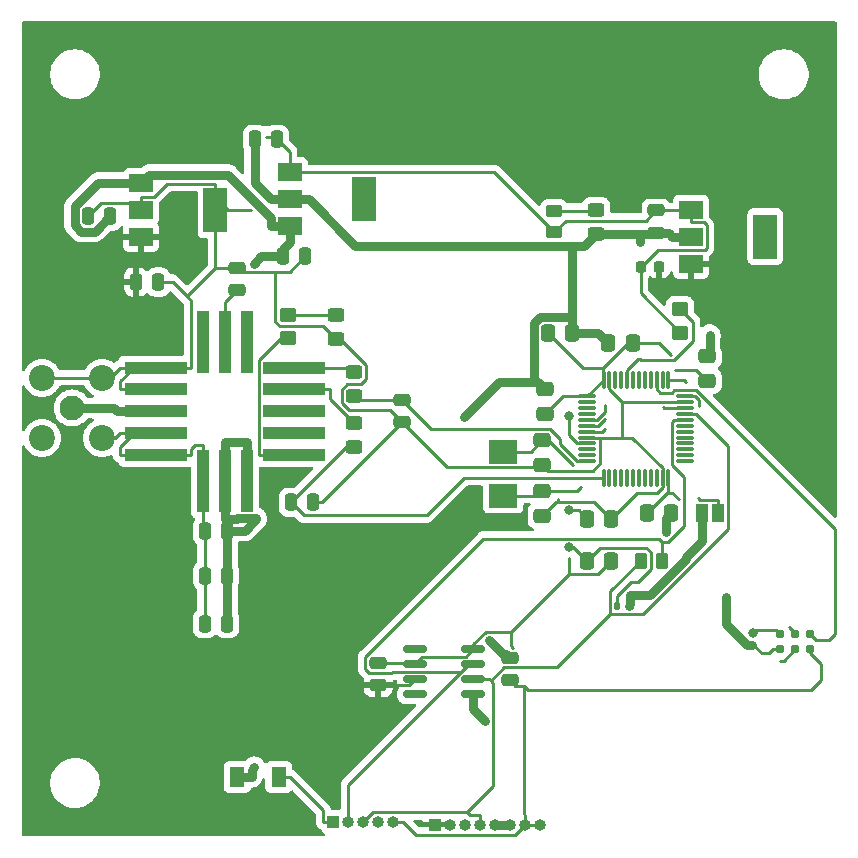
<source format=gbr>
%TF.GenerationSoftware,KiCad,Pcbnew,(6.0.7)*%
%TF.CreationDate,2023-02-12T17:06:42-05:00*%
%TF.ProjectId,GPS,4750532e-6b69-4636-9164-5f7063625858,rev?*%
%TF.SameCoordinates,Original*%
%TF.FileFunction,Copper,L1,Top*%
%TF.FilePolarity,Positive*%
%FSLAX46Y46*%
G04 Gerber Fmt 4.6, Leading zero omitted, Abs format (unit mm)*
G04 Created by KiCad (PCBNEW (6.0.7)) date 2023-02-12 17:06:42*
%MOMM*%
%LPD*%
G01*
G04 APERTURE LIST*
G04 Aperture macros list*
%AMRoundRect*
0 Rectangle with rounded corners*
0 $1 Rounding radius*
0 $2 $3 $4 $5 $6 $7 $8 $9 X,Y pos of 4 corners*
0 Add a 4 corners polygon primitive as box body*
4,1,4,$2,$3,$4,$5,$6,$7,$8,$9,$2,$3,0*
0 Add four circle primitives for the rounded corners*
1,1,$1+$1,$2,$3*
1,1,$1+$1,$4,$5*
1,1,$1+$1,$6,$7*
1,1,$1+$1,$8,$9*
0 Add four rect primitives between the rounded corners*
20,1,$1+$1,$2,$3,$4,$5,0*
20,1,$1+$1,$4,$5,$6,$7,0*
20,1,$1+$1,$6,$7,$8,$9,0*
20,1,$1+$1,$8,$9,$2,$3,0*%
G04 Aperture macros list end*
%TA.AperFunction,SMDPad,CuDef*%
%ADD10RoundRect,0.250000X-0.250000X-0.475000X0.250000X-0.475000X0.250000X0.475000X-0.250000X0.475000X0*%
%TD*%
%TA.AperFunction,SMDPad,CuDef*%
%ADD11RoundRect,0.250000X-0.475000X0.337500X-0.475000X-0.337500X0.475000X-0.337500X0.475000X0.337500X0*%
%TD*%
%TA.AperFunction,SMDPad,CuDef*%
%ADD12RoundRect,0.250000X-0.337500X-0.475000X0.337500X-0.475000X0.337500X0.475000X-0.337500X0.475000X0*%
%TD*%
%TA.AperFunction,SMDPad,CuDef*%
%ADD13R,1.300000X1.700000*%
%TD*%
%TA.AperFunction,SMDPad,CuDef*%
%ADD14R,1.000000X1.500000*%
%TD*%
%TA.AperFunction,SMDPad,CuDef*%
%ADD15R,2.000000X1.500000*%
%TD*%
%TA.AperFunction,SMDPad,CuDef*%
%ADD16R,2.000000X3.800000*%
%TD*%
%TA.AperFunction,SMDPad,CuDef*%
%ADD17RoundRect,0.250000X0.250000X0.475000X-0.250000X0.475000X-0.250000X-0.475000X0.250000X-0.475000X0*%
%TD*%
%TA.AperFunction,SMDPad,CuDef*%
%ADD18RoundRect,0.250000X-0.475000X0.250000X-0.475000X-0.250000X0.475000X-0.250000X0.475000X0.250000X0*%
%TD*%
%TA.AperFunction,SMDPad,CuDef*%
%ADD19RoundRect,0.250000X-0.450000X0.325000X-0.450000X-0.325000X0.450000X-0.325000X0.450000X0.325000X0*%
%TD*%
%TA.AperFunction,SMDPad,CuDef*%
%ADD20RoundRect,0.075000X-0.662500X-0.075000X0.662500X-0.075000X0.662500X0.075000X-0.662500X0.075000X0*%
%TD*%
%TA.AperFunction,SMDPad,CuDef*%
%ADD21RoundRect,0.075000X-0.075000X-0.662500X0.075000X-0.662500X0.075000X0.662500X-0.075000X0.662500X0*%
%TD*%
%TA.AperFunction,SMDPad,CuDef*%
%ADD22RoundRect,0.150000X-0.825000X-0.150000X0.825000X-0.150000X0.825000X0.150000X-0.825000X0.150000X0*%
%TD*%
%TA.AperFunction,SMDPad,CuDef*%
%ADD23RoundRect,0.147500X0.147500X0.172500X-0.147500X0.172500X-0.147500X-0.172500X0.147500X-0.172500X0*%
%TD*%
%TA.AperFunction,SMDPad,CuDef*%
%ADD24RoundRect,0.225000X0.225000X0.250000X-0.225000X0.250000X-0.225000X-0.250000X0.225000X-0.250000X0*%
%TD*%
%TA.AperFunction,SMDPad,CuDef*%
%ADD25RoundRect,0.250000X0.337500X0.475000X-0.337500X0.475000X-0.337500X-0.475000X0.337500X-0.475000X0*%
%TD*%
%TA.AperFunction,SMDPad,CuDef*%
%ADD26R,5.350000X1.000000*%
%TD*%
%TA.AperFunction,SMDPad,CuDef*%
%ADD27R,1.000000X5.350000*%
%TD*%
%TA.AperFunction,SMDPad,CuDef*%
%ADD28RoundRect,0.250000X0.450000X-0.350000X0.450000X0.350000X-0.450000X0.350000X-0.450000X-0.350000X0*%
%TD*%
%TA.AperFunction,SMDPad,CuDef*%
%ADD29R,2.400000X2.000000*%
%TD*%
%TA.AperFunction,SMDPad,CuDef*%
%ADD30RoundRect,0.250000X0.475000X-0.250000X0.475000X0.250000X-0.475000X0.250000X-0.475000X-0.250000X0*%
%TD*%
%TA.AperFunction,ComponentPad*%
%ADD31R,1.000000X1.000000*%
%TD*%
%TA.AperFunction,ComponentPad*%
%ADD32O,1.000000X1.000000*%
%TD*%
%TA.AperFunction,SMDPad,CuDef*%
%ADD33RoundRect,0.250000X-0.450000X0.262500X-0.450000X-0.262500X0.450000X-0.262500X0.450000X0.262500X0*%
%TD*%
%TA.AperFunction,SMDPad,CuDef*%
%ADD34RoundRect,0.250000X0.450000X-0.325000X0.450000X0.325000X-0.450000X0.325000X-0.450000X-0.325000X0*%
%TD*%
%TA.AperFunction,ComponentPad*%
%ADD35C,2.200000*%
%TD*%
%TA.AperFunction,ComponentPad*%
%ADD36C,2.100000*%
%TD*%
%TA.AperFunction,ConnectorPad*%
%ADD37C,0.787400*%
%TD*%
%TA.AperFunction,SMDPad,CuDef*%
%ADD38RoundRect,0.250000X0.262500X0.450000X-0.262500X0.450000X-0.262500X-0.450000X0.262500X-0.450000X0*%
%TD*%
%TA.AperFunction,SMDPad,CuDef*%
%ADD39RoundRect,0.250000X-0.450000X0.350000X-0.450000X-0.350000X0.450000X-0.350000X0.450000X0.350000X0*%
%TD*%
%TA.AperFunction,ViaPad*%
%ADD40C,0.160000*%
%TD*%
%TA.AperFunction,ViaPad*%
%ADD41C,0.800000*%
%TD*%
%TA.AperFunction,Conductor*%
%ADD42C,0.750000*%
%TD*%
%TA.AperFunction,Conductor*%
%ADD43C,0.250000*%
%TD*%
G04 APERTURE END LIST*
D10*
%TO.P,C110,1*%
%TO.N,GND*%
X138496000Y-124968000D03*
%TO.P,C110,2*%
%TO.N,+3V3*%
X140396000Y-124968000D03*
%TD*%
D11*
%TO.P,C118,1*%
%TO.N,/HSE_IN*%
X167049800Y-117812500D03*
%TO.P,C118,2*%
%TO.N,GND*%
X167049800Y-119887500D03*
%TD*%
D12*
%TO.P,C123,1*%
%TO.N,+3.3VA*%
X170838300Y-123676000D03*
%TO.P,C123,2*%
%TO.N,GND*%
X172913300Y-123676000D03*
%TD*%
D13*
%TO.P,D101,1,K*%
%TO.N,/V_in*%
X141250000Y-142000000D03*
%TO.P,D101,2,A*%
%TO.N,Net-(D101-Pad2)*%
X144750000Y-142000000D03*
%TD*%
D14*
%TO.P,JP101,1,A*%
%TO.N,+3.3V*%
X180623800Y-119612000D03*
%TO.P,JP101,2,B*%
%TO.N,/BOOT0*%
X181923800Y-119612000D03*
%TD*%
D12*
%TO.P,C122,1*%
%TO.N,+3.3VA*%
X170838300Y-120120000D03*
%TO.P,C122,2*%
%TO.N,GND*%
X172913300Y-120120000D03*
%TD*%
D10*
%TO.P,C109,1*%
%TO.N,GND*%
X138496000Y-129000000D03*
%TO.P,C109,2*%
%TO.N,+3V3*%
X140396000Y-129000000D03*
%TD*%
D15*
%TO.P,U103,1,GND*%
%TO.N,GND*%
X179647800Y-93944000D03*
%TO.P,U103,2,VO*%
%TO.N,+3.3V*%
X179647800Y-96244000D03*
%TO.P,U103,3,VI*%
%TO.N,+5V*%
X179647800Y-98544000D03*
D16*
%TO.P,U103,4*%
%TO.N,N/C*%
X185947800Y-96244000D03*
%TD*%
D17*
%TO.P,C101,1*%
%TO.N,/V_in*%
X130490000Y-94488000D03*
%TO.P,C101,2*%
%TO.N,GND*%
X128590000Y-94488000D03*
%TD*%
D18*
%TO.P,C108,1*%
%TO.N,+3.3V*%
X164338000Y-131892000D03*
%TO.P,C108,2*%
%TO.N,GND*%
X164338000Y-133792000D03*
%TD*%
D19*
%TO.P,L101,1,1*%
%TO.N,Net-(L101-Pad1)*%
X151130000Y-107711000D03*
%TO.P,L101,2,2*%
%TO.N,/STM_TX_GPS_RX*%
X151130000Y-109761000D03*
%TD*%
D15*
%TO.P,U102,1,GND*%
%TO.N,GND*%
X145694000Y-90780000D03*
%TO.P,U102,2,VO*%
%TO.N,+3.3V*%
X145694000Y-93080000D03*
%TO.P,U102,3,VI*%
%TO.N,/V_in*%
X145694000Y-95380000D03*
D16*
%TO.P,U102,4*%
%TO.N,N/C*%
X151994000Y-93080000D03*
%TD*%
D20*
%TO.P,U107,1,VBAT*%
%TO.N,Net-(C115-Pad2)*%
X170837500Y-109750000D03*
%TO.P,U107,2,PC13*%
%TO.N,unconnected-(U107-Pad2)*%
X170837500Y-110250000D03*
%TO.P,U107,3,PC14*%
%TO.N,unconnected-(U107-Pad3)*%
X170837500Y-110750000D03*
%TO.P,U107,4,PC15*%
%TO.N,unconnected-(U107-Pad4)*%
X170837500Y-111250000D03*
%TO.P,U107,5,PD0*%
%TO.N,/HSE_OUT*%
X170837500Y-111750000D03*
%TO.P,U107,6,PD1*%
%TO.N,/HSE_IN*%
X170837500Y-112250000D03*
%TO.P,U107,7,NRST*%
%TO.N,/nRESET*%
X170837500Y-112750000D03*
%TO.P,U107,8,VSSA*%
%TO.N,GND*%
X170837500Y-113250000D03*
%TO.P,U107,9,VDDA*%
%TO.N,+3.3VA*%
X170837500Y-113750000D03*
%TO.P,U107,10,PA0*%
%TO.N,unconnected-(U107-Pad10)*%
X170837500Y-114250000D03*
%TO.P,U107,11,PA1*%
%TO.N,unconnected-(U107-Pad11)*%
X170837500Y-114750000D03*
%TO.P,U107,12,PA2*%
%TO.N,/STM_TX_GPS_RX*%
X170837500Y-115250000D03*
D21*
%TO.P,U107,13,PA3*%
%TO.N,/STM_RX_GPS_TX*%
X172250000Y-116662500D03*
%TO.P,U107,14,PA4*%
%TO.N,unconnected-(U107-Pad14)*%
X172750000Y-116662500D03*
%TO.P,U107,15,PA5*%
%TO.N,unconnected-(U107-Pad15)*%
X173250000Y-116662500D03*
%TO.P,U107,16,PA6*%
%TO.N,unconnected-(U107-Pad16)*%
X173750000Y-116662500D03*
%TO.P,U107,17,PA7*%
%TO.N,unconnected-(U107-Pad17)*%
X174250000Y-116662500D03*
%TO.P,U107,18,PB0*%
%TO.N,unconnected-(U107-Pad18)*%
X174750000Y-116662500D03*
%TO.P,U107,19,PB1*%
%TO.N,unconnected-(U107-Pad19)*%
X175250000Y-116662500D03*
%TO.P,U107,20,PB2*%
%TO.N,unconnected-(U107-Pad20)*%
X175750000Y-116662500D03*
%TO.P,U107,21,PB10*%
%TO.N,unconnected-(U107-Pad21)*%
X176250000Y-116662500D03*
%TO.P,U107,22,PB11*%
%TO.N,unconnected-(U107-Pad22)*%
X176750000Y-116662500D03*
%TO.P,U107,23,VSS*%
%TO.N,GND*%
X177250000Y-116662500D03*
%TO.P,U107,24,VDD*%
%TO.N,Net-(C115-Pad2)*%
X177750000Y-116662500D03*
D20*
%TO.P,U107,25,PB12*%
%TO.N,unconnected-(U107-Pad25)*%
X179162500Y-115250000D03*
%TO.P,U107,26,PB13*%
%TO.N,unconnected-(U107-Pad26)*%
X179162500Y-114750000D03*
%TO.P,U107,27,PB14*%
%TO.N,unconnected-(U107-Pad27)*%
X179162500Y-114250000D03*
%TO.P,U107,28,PB15*%
%TO.N,unconnected-(U107-Pad28)*%
X179162500Y-113750000D03*
%TO.P,U107,29,PA8*%
%TO.N,unconnected-(U107-Pad29)*%
X179162500Y-113250000D03*
%TO.P,U107,30,PA9*%
%TO.N,unconnected-(U107-Pad30)*%
X179162500Y-112750000D03*
%TO.P,U107,31,PA10*%
%TO.N,unconnected-(U107-Pad31)*%
X179162500Y-112250000D03*
%TO.P,U107,32,PA11*%
%TO.N,/CANH*%
X179162500Y-111750000D03*
%TO.P,U107,33,PA12*%
%TO.N,/CANL*%
X179162500Y-111250000D03*
%TO.P,U107,34,PA13*%
%TO.N,/SWDIO*%
X179162500Y-110750000D03*
%TO.P,U107,35,VSS*%
%TO.N,GND*%
X179162500Y-110250000D03*
%TO.P,U107,36,VDD*%
%TO.N,Net-(C115-Pad2)*%
X179162500Y-109750000D03*
D21*
%TO.P,U107,37,PA14*%
%TO.N,/SWCLK*%
X177750000Y-108337500D03*
%TO.P,U107,38,PA15*%
%TO.N,unconnected-(U107-Pad38)*%
X177250000Y-108337500D03*
%TO.P,U107,39,PB3*%
%TO.N,/SWO*%
X176750000Y-108337500D03*
%TO.P,U107,40,PB4*%
%TO.N,unconnected-(U107-Pad40)*%
X176250000Y-108337500D03*
%TO.P,U107,41,PB5*%
%TO.N,unconnected-(U107-Pad41)*%
X175750000Y-108337500D03*
%TO.P,U107,42,PB6*%
%TO.N,unconnected-(U107-Pad42)*%
X175250000Y-108337500D03*
%TO.P,U107,43,PB7*%
%TO.N,unconnected-(U107-Pad43)*%
X174750000Y-108337500D03*
%TO.P,U107,44,BOOT0*%
%TO.N,/BOOT0*%
X174250000Y-108337500D03*
%TO.P,U107,45,PB8*%
%TO.N,unconnected-(U107-Pad45)*%
X173750000Y-108337500D03*
%TO.P,U107,46,PB9*%
%TO.N,unconnected-(U107-Pad46)*%
X173250000Y-108337500D03*
%TO.P,U107,47,VSS*%
%TO.N,GND*%
X172750000Y-108337500D03*
%TO.P,U107,48,VDD*%
%TO.N,Net-(C115-Pad2)*%
X172250000Y-108337500D03*
%TD*%
D22*
%TO.P,U106,1,TXD*%
%TO.N,/CAN_TX*%
X156275000Y-131191000D03*
%TO.P,U106,2,VSS*%
%TO.N,GND*%
X156275000Y-132461000D03*
%TO.P,U106,3,VDD*%
%TO.N,+5V*%
X156275000Y-133731000D03*
%TO.P,U106,4,RXD*%
%TO.N,/CAN_RX*%
X156275000Y-135001000D03*
%TO.P,U106,5,Vio*%
%TO.N,+3.3V*%
X161225000Y-135001000D03*
%TO.P,U106,6,CANL*%
%TO.N,/CANL*%
X161225000Y-133731000D03*
%TO.P,U106,7,CANH*%
%TO.N,/CANH*%
X161225000Y-132461000D03*
%TO.P,U106,8,STBY*%
%TO.N,GND*%
X161225000Y-131191000D03*
%TD*%
D12*
%TO.P,C120,1*%
%TO.N,+3.3V*%
X172641700Y-105235600D03*
%TO.P,C120,2*%
%TO.N,Net-(C115-Pad2)*%
X174716700Y-105235600D03*
%TD*%
D23*
%TO.P,L103,1*%
%TO.N,+3.3V*%
X174392800Y-127486000D03*
%TO.P,L103,2*%
%TO.N,+3.3VA*%
X173422800Y-127486000D03*
%TD*%
D24*
%TO.P,C103,1*%
%TO.N,+5V*%
X176968800Y-98784000D03*
%TO.P,C103,2*%
%TO.N,GND*%
X175418800Y-98784000D03*
%TD*%
D19*
%TO.P,L102,1,1*%
%TO.N,Net-(L102-Pad1)*%
X151130000Y-112029000D03*
%TO.P,L102,2,2*%
%TO.N,/STM_RX_GPS_TX*%
X151130000Y-114079000D03*
%TD*%
D10*
%TO.P,C113,1*%
%TO.N,/STM_RX_GPS_TX*%
X145760400Y-118727200D03*
%TO.P,C113,2*%
%TO.N,GND*%
X147660400Y-118727200D03*
%TD*%
D25*
%TO.P,C115,1*%
%TO.N,+3.3V*%
X169611300Y-104372000D03*
%TO.P,C115,2*%
%TO.N,Net-(C115-Pad2)*%
X167536300Y-104372000D03*
%TD*%
D11*
%TO.P,C117,1*%
%TO.N,+3.3V*%
X167303800Y-109176500D03*
%TO.P,C117,2*%
%TO.N,Net-(C115-Pad2)*%
X167303800Y-111251500D03*
%TD*%
D26*
%TO.P,U105,1,GND*%
%TO.N,GND*%
X134333000Y-114731000D03*
%TO.P,U105,2,GND*%
X134333000Y-112881000D03*
%TO.P,U105,3,RFIN*%
%TO.N,/RF_IN*%
X134333000Y-111031000D03*
%TO.P,U105,4,GND*%
%TO.N,GND*%
X134333000Y-109181000D03*
%TO.P,U105,5,GND*%
X134333000Y-107331000D03*
D27*
%TO.P,U105,6,PPS*%
%TO.N,/PPS*%
X138358000Y-105156000D03*
%TO.P,U105,7,HWR*%
%TO.N,/~{HWR}*%
X140208000Y-105156000D03*
%TO.P,U105,8,HWS*%
%TO.N,unconnected-(U105-Pad8)*%
X142058000Y-105156000D03*
D26*
%TO.P,U105,9,RX*%
%TO.N,Net-(L101-Pad1)*%
X146083000Y-107331000D03*
%TO.P,U105,10,TX*%
%TO.N,Net-(L102-Pad1)*%
X146083000Y-109181000D03*
%TO.P,U105,11,E2*%
%TO.N,unconnected-(U105-Pad11)*%
X146083000Y-111031000D03*
%TO.P,U105,12,E3*%
%TO.N,unconnected-(U105-Pad12)*%
X146083000Y-112881000D03*
%TO.P,U105,13,FIX*%
%TO.N,/FIX*%
X146083000Y-114731000D03*
D27*
%TO.P,U105,14,BV*%
%TO.N,+3V3*%
X142058000Y-116906000D03*
%TO.P,U105,15,VCC*%
X140208000Y-116906000D03*
%TO.P,U105,16,GND*%
%TO.N,GND*%
X138358000Y-116906000D03*
%TD*%
D28*
%TO.P,R102,1*%
%TO.N,/FIX*%
X145516600Y-104842800D03*
%TO.P,R102,2*%
%TO.N,Net-(D103-Pad2)*%
X145516600Y-102842800D03*
%TD*%
D29*
%TO.P,Y101,1,1*%
%TO.N,/HSE_OUT*%
X163747800Y-114460000D03*
%TO.P,Y101,2,2*%
%TO.N,/HSE_IN*%
X163747800Y-118160000D03*
%TD*%
D30*
%TO.P,C112,1*%
%TO.N,/~{HWR}*%
X141224000Y-100772000D03*
%TO.P,C112,2*%
%TO.N,GND*%
X141224000Y-98872000D03*
%TD*%
D15*
%TO.P,U101,1,VI*%
%TO.N,/V_in*%
X133096000Y-91680000D03*
D16*
%TO.P,U101,2,GND*%
%TO.N,GND*%
X139396000Y-93980000D03*
D15*
X133096000Y-93980000D03*
%TO.P,U101,3,VO*%
%TO.N,+5V*%
X133096000Y-96280000D03*
%TD*%
D31*
%TO.P,J103,1,Pin_1*%
%TO.N,+5V*%
X157988000Y-146050000D03*
D32*
%TO.P,J103,2,Pin_2*%
X159258000Y-146050000D03*
%TO.P,J103,3,Pin_3*%
%TO.N,/CANH*%
X160528000Y-146050000D03*
%TO.P,J103,4,Pin_4*%
%TO.N,/CANL*%
X161798000Y-146050000D03*
%TO.P,J103,5,Pin_5*%
%TO.N,+3.3V*%
X163068000Y-146050000D03*
%TO.P,J103,6,Pin_6*%
X164338000Y-146050000D03*
%TO.P,J103,7,Pin_7*%
%TO.N,GND*%
X165608000Y-146050000D03*
%TO.P,J103,8,Pin_8*%
X166878000Y-146050000D03*
%TD*%
D19*
%TO.P,D102,1,K*%
%TO.N,Net-(D102-Pad1)*%
X171621800Y-93949000D03*
%TO.P,D102,2,A*%
%TO.N,+3.3V*%
X171621800Y-95999000D03*
%TD*%
D33*
%TO.P,R101,1*%
%TO.N,Net-(D102-Pad1)*%
X168065800Y-94061500D03*
%TO.P,R101,2*%
%TO.N,GND*%
X168065800Y-95886500D03*
%TD*%
D10*
%TO.P,C104,1*%
%TO.N,+5V*%
X132654000Y-100076000D03*
%TO.P,C104,2*%
%TO.N,GND*%
X134554000Y-100076000D03*
%TD*%
D34*
%TO.P,D103,1,K*%
%TO.N,GND*%
X149606000Y-104911000D03*
%TO.P,D103,2,A*%
%TO.N,Net-(D103-Pad2)*%
X149606000Y-102861000D03*
%TD*%
D11*
%TO.P,C121,1*%
%TO.N,+3.3V*%
X181019800Y-106382500D03*
%TO.P,C121,2*%
%TO.N,Net-(C115-Pad2)*%
X181019800Y-108457500D03*
%TD*%
D35*
%TO.P,U104,1,GND*%
%TO.N,GND*%
X124714000Y-113284000D03*
%TO.P,U104,2,GND*%
X124714000Y-108204000D03*
%TO.P,U104,3,GND*%
X129794000Y-108204000D03*
%TO.P,U104,4,GND*%
X129794000Y-113284000D03*
D36*
%TO.P,U104,5,RF_SIG*%
%TO.N,/RF_IN*%
X127254000Y-110744000D03*
%TD*%
D10*
%TO.P,C105,1*%
%TO.N,+3.3V*%
X142728000Y-88000000D03*
%TO.P,C105,2*%
%TO.N,GND*%
X144628000Y-88000000D03*
%TD*%
D11*
%TO.P,C116,1*%
%TO.N,/HSE_OUT*%
X167049800Y-113494500D03*
%TO.P,C116,2*%
%TO.N,GND*%
X167049800Y-115569500D03*
%TD*%
D17*
%TO.P,C107,1*%
%TO.N,+3V3*%
X140396000Y-121158000D03*
%TO.P,C107,2*%
%TO.N,GND*%
X138496000Y-121158000D03*
%TD*%
D37*
%TO.P,J104,1,Pin_1*%
%TO.N,+3.3V*%
X187198000Y-131191000D03*
%TO.P,J104,2,Pin_2*%
%TO.N,/SWDIO*%
X187198000Y-129921000D03*
%TO.P,J104,3,Pin_3*%
%TO.N,/nRESET*%
X188468000Y-131191000D03*
%TO.P,J104,4,Pin_4*%
%TO.N,/SWCLK*%
X188468000Y-129921000D03*
%TO.P,J104,5,Pin_5*%
%TO.N,GND*%
X189738000Y-131191000D03*
%TO.P,J104,6,Pin_6*%
%TO.N,/SWO*%
X189738000Y-129921000D03*
%TD*%
D38*
%TO.P,R103,1*%
%TO.N,/CANH*%
X177209800Y-123676000D03*
%TO.P,R103,2*%
%TO.N,/CANL*%
X175384800Y-123676000D03*
%TD*%
D30*
%TO.P,C106,1*%
%TO.N,+3.3V*%
X176701800Y-95924000D03*
%TO.P,C106,2*%
%TO.N,GND*%
X176701800Y-94024000D03*
%TD*%
D10*
%TO.P,C102,1*%
%TO.N,/V_in*%
X145100000Y-97906000D03*
%TO.P,C102,2*%
%TO.N,GND*%
X147000000Y-97906000D03*
%TD*%
D39*
%TO.P,R104,1*%
%TO.N,/BOOT0*%
X178733800Y-102356000D03*
%TO.P,R104,2*%
%TO.N,GND*%
X178733800Y-104356000D03*
%TD*%
D18*
%TO.P,C114,1*%
%TO.N,/STM_TX_GPS_RX*%
X155194000Y-110048000D03*
%TO.P,C114,2*%
%TO.N,GND*%
X155194000Y-111948000D03*
%TD*%
D31*
%TO.P,J102,1,Pin_1*%
%TO.N,Net-(D101-Pad2)*%
X149352000Y-145796000D03*
D32*
%TO.P,J102,2,Pin_2*%
%TO.N,/CANH*%
X150622000Y-145796000D03*
%TO.P,J102,3,Pin_3*%
%TO.N,/CANL*%
X151892000Y-145796000D03*
%TO.P,J102,4,Pin_4*%
%TO.N,unconnected-(J102-Pad4)*%
X153162000Y-145796000D03*
%TO.P,J102,5,Pin_5*%
%TO.N,GND*%
X154432000Y-145796000D03*
%TD*%
D25*
%TO.P,C119,1*%
%TO.N,+3.3V*%
X177993300Y-119612000D03*
%TO.P,C119,2*%
%TO.N,Net-(C115-Pad2)*%
X175918300Y-119612000D03*
%TD*%
D30*
%TO.P,C111,1*%
%TO.N,+5V*%
X153162000Y-134234000D03*
%TO.P,C111,2*%
%TO.N,GND*%
X153162000Y-132334000D03*
%TD*%
D40*
%TO.N,/V_in*%
X142670400Y-141172800D03*
X142670400Y-98520600D03*
%TO.N,GND*%
X143678000Y-87777600D03*
X165485600Y-134251200D03*
X168379200Y-118431100D03*
X142436500Y-93944300D03*
X164567300Y-131065500D03*
X169368000Y-123406600D03*
%TO.N,+5V*%
X155194000Y-136906000D03*
%TO.N,+3.3V*%
X175300800Y-96676800D03*
X174519900Y-126548700D03*
X182626000Y-126746000D03*
X162551300Y-130400900D03*
X181233600Y-104587200D03*
X177541900Y-121261700D03*
X162212600Y-137217600D03*
X160468800Y-111508800D03*
%TO.N,/HSE_OUT*%
X169677700Y-115611800D03*
X172334400Y-110520000D03*
%TO.N,/HSE_IN*%
X172411800Y-111640900D03*
X170356800Y-117441600D03*
D41*
%TO.N,+3.3VA*%
X169368000Y-119419200D03*
X169293700Y-111462100D03*
X169368000Y-122544400D03*
D40*
%TO.N,Net-(C115-Pad2)*%
X180297700Y-110542100D03*
X178603000Y-118425500D03*
X178331000Y-107553600D03*
X177990500Y-106242100D03*
%TO.N,/SWDIO*%
X177278400Y-110694700D03*
X180244800Y-127329600D03*
D41*
X184936939Y-129794000D03*
D40*
%TO.N,/BOOT0*%
X175300800Y-106564800D03*
X180244800Y-118399000D03*
%TO.N,/nRESET*%
X187221800Y-132136200D03*
X172334400Y-112497600D03*
%TO.N,/SWCLK*%
X179256000Y-108542400D03*
X187943500Y-129267100D03*
%TD*%
D42*
%TO.N,/V_in*%
X140486000Y-91003400D02*
X133772600Y-91003400D01*
X127480600Y-95288500D02*
X128002800Y-95810700D01*
X145100000Y-97906000D02*
X145100000Y-97299300D01*
X127480600Y-93670800D02*
X127480600Y-95288500D01*
X143285000Y-97906000D02*
X142670400Y-98520600D01*
X145694000Y-95380000D02*
X144118700Y-95380000D01*
X133096000Y-91680000D02*
X129471400Y-91680000D01*
X142670400Y-141172800D02*
X142475300Y-141367900D01*
X144118700Y-94636100D02*
X140486000Y-91003400D01*
X128002800Y-95810700D02*
X129167300Y-95810700D01*
X141250000Y-142000000D02*
X142475300Y-142000000D01*
X129471400Y-91680000D02*
X127480600Y-93670800D01*
X145100000Y-97299300D02*
X145694000Y-96705300D01*
X142475300Y-141367900D02*
X142475300Y-142000000D01*
X129167300Y-95810700D02*
X130490000Y-94488000D01*
X133772600Y-91003400D02*
X133096000Y-91680000D01*
X144118700Y-95380000D02*
X144118700Y-94636100D01*
X145694000Y-95380000D02*
X145694000Y-96705300D01*
X145100000Y-97906000D02*
X143285000Y-97906000D01*
D43*
%TO.N,GND*%
X148414800Y-118727200D02*
X147660400Y-118727200D01*
X135321300Y-91754700D02*
X139396000Y-91754700D01*
X140473000Y-93944300D02*
X142436500Y-93944300D01*
X156275000Y-132461000D02*
X156919000Y-131817000D01*
X144456900Y-103471900D02*
X144456900Y-99220900D01*
X176701800Y-94024000D02*
X178242500Y-94024000D01*
X167049800Y-119887500D02*
X168264100Y-118673200D01*
X160599000Y-131817000D02*
X161225000Y-131191000D01*
X171821600Y-124767700D02*
X172913300Y-123676000D01*
X144827800Y-103842800D02*
X144456900Y-103471900D01*
X180818700Y-97345800D02*
X176857000Y-97345800D01*
X165861800Y-134627400D02*
X165485600Y-134251200D01*
X145685100Y-99220900D02*
X147000000Y-97906000D01*
X155257300Y-145796000D02*
X156348000Y-146886700D01*
X134333000Y-114731000D02*
X137333300Y-114731000D01*
X132832900Y-112881000D02*
X131332700Y-112881000D01*
X165485600Y-134251200D02*
X165485600Y-145102300D01*
X152173500Y-108305400D02*
X152173500Y-107133500D01*
X190634600Y-133778000D02*
X189785200Y-134627400D01*
X179647800Y-93944000D02*
X179647800Y-95019300D01*
X173848500Y-113250000D02*
X174687900Y-113250000D01*
X132460500Y-107331000D02*
X131332700Y-108458800D01*
X178242500Y-94024000D02*
X178322500Y-93944000D01*
X168264100Y-118673200D02*
X168379200Y-118673200D01*
X138358000Y-115405800D02*
X138358000Y-113905700D01*
X180723100Y-95019300D02*
X180973200Y-95269400D01*
X179156900Y-110244400D02*
X173854100Y-110244400D01*
X156919000Y-131817000D02*
X160599000Y-131817000D01*
X131332700Y-114008800D02*
X131332700Y-114731000D01*
X167049800Y-115569500D02*
X166833900Y-115785400D01*
X164338000Y-133792000D02*
X164797200Y-134251200D01*
X132460500Y-112881000D02*
X131332700Y-114008800D01*
X133096000Y-93442300D02*
X133041300Y-93387600D01*
X138496000Y-129000000D02*
X138496000Y-124968000D01*
X139396000Y-98872000D02*
X141224000Y-98872000D01*
X171977700Y-115444100D02*
X171977700Y-113250000D01*
X130929700Y-113284000D02*
X131332700Y-112881000D01*
X149951000Y-104911000D02*
X149606000Y-104911000D01*
X150078900Y-110312500D02*
X150078900Y-109185800D01*
X138358000Y-113905700D02*
X137642700Y-113905700D01*
X156148000Y-132334000D02*
X156275000Y-132461000D01*
X139396000Y-98872000D02*
X139396000Y-93980000D01*
X171977700Y-113250000D02*
X173848500Y-113250000D01*
X155194000Y-111948000D02*
X154140000Y-110894000D01*
X179647800Y-95019300D02*
X180723100Y-95019300D01*
X168065800Y-95886500D02*
X169051900Y-94900400D01*
X179097800Y-93944000D02*
X178322500Y-93944000D01*
X145694000Y-90780000D02*
X162959300Y-90780000D01*
X138358000Y-115405800D02*
X138358000Y-116906000D01*
X177250000Y-116662500D02*
X177250000Y-117475400D01*
X151742900Y-108736000D02*
X152173500Y-108305400D01*
X177250000Y-117475400D02*
X176741600Y-117983800D01*
X189738000Y-131514800D02*
X190634600Y-132411400D01*
X138358000Y-116906000D02*
X138358000Y-121020000D01*
X169368000Y-124767700D02*
X171821600Y-124767700D01*
X169368000Y-124767700D02*
X169368000Y-123406600D01*
X134333000Y-109181000D02*
X131332700Y-109181000D01*
X171466500Y-118673200D02*
X172913300Y-120120000D01*
X153162000Y-132334000D02*
X156148000Y-132334000D01*
X173848500Y-110250000D02*
X173848500Y-113250000D01*
X145694000Y-89066000D02*
X145694000Y-90780000D01*
X152173500Y-107133500D02*
X149951000Y-104911000D01*
X136975000Y-101293000D02*
X137333300Y-101651300D01*
X132832900Y-112881000D02*
X132460500Y-112881000D01*
X167552100Y-116071800D02*
X171350000Y-116071800D01*
X161225000Y-131191000D02*
X161225000Y-130736800D01*
X189785200Y-134627400D02*
X165861800Y-134627400D01*
X155194000Y-111948000D02*
X148414800Y-118727200D01*
X139396000Y-92867300D02*
X139396000Y-91754700D01*
X134333000Y-107331000D02*
X137333300Y-107331000D01*
X130459700Y-108204000D02*
X131332700Y-107331000D01*
X170837500Y-113250000D02*
X171977700Y-113250000D01*
X150528700Y-108736000D02*
X151742900Y-108736000D01*
X164771300Y-146886700D02*
X165608000Y-146050000D01*
X131332700Y-108458800D02*
X131332700Y-109181000D01*
X144456900Y-99220900D02*
X145685100Y-99220900D01*
X134333000Y-114731000D02*
X131332700Y-114731000D01*
X134333000Y-112881000D02*
X132832900Y-112881000D01*
X139396000Y-92867300D02*
X140473000Y-93944300D01*
X162261200Y-129700600D02*
X164435100Y-129700600D01*
X167049800Y-115569500D02*
X167552100Y-116071800D01*
X165485600Y-145102300D02*
X165608000Y-145224700D01*
X169051900Y-94900400D02*
X175825400Y-94900400D01*
X159031400Y-115785400D02*
X155194000Y-111948000D01*
X162959300Y-90780000D02*
X168065800Y-95886500D01*
X179162500Y-110250000D02*
X179156900Y-110244400D01*
X175049500Y-117983800D02*
X172913300Y-120120000D01*
X175825400Y-94900400D02*
X176701800Y-94024000D01*
X134171300Y-92904700D02*
X135321300Y-91754700D01*
X134554000Y-100076000D02*
X135758000Y-100076000D01*
X141224000Y-98872000D02*
X141572900Y-99220900D01*
X136975000Y-101293000D02*
X139396000Y-98872000D01*
X150078900Y-109185800D02*
X150528700Y-108736000D01*
X175418800Y-98784000D02*
X175418800Y-101041000D01*
X172750000Y-109151500D02*
X173848500Y-110250000D01*
X150660400Y-110894000D02*
X150078900Y-110312500D01*
X137333300Y-101651300D02*
X137333300Y-107331000D01*
X143678000Y-87777600D02*
X144405600Y-87777600D01*
X180973200Y-95269400D02*
X180973200Y-97191300D01*
X148537800Y-103842800D02*
X144827800Y-103842800D01*
X173854100Y-110244400D02*
X173848500Y-110250000D01*
X168379200Y-118431100D02*
X168379200Y-118673200D01*
X164435100Y-130933300D02*
X164567300Y-131065500D01*
X144628000Y-88000000D02*
X145694000Y-89066000D01*
X133041300Y-93387600D02*
X129690400Y-93387600D01*
X156348000Y-146886700D02*
X164771300Y-146886700D01*
X132832900Y-107331000D02*
X132460500Y-107331000D01*
X176741600Y-117983800D02*
X175049500Y-117983800D01*
X149606000Y-104911000D02*
X148537800Y-103842800D01*
X129690400Y-93387600D02*
X128590000Y-94488000D01*
X133096000Y-92904700D02*
X134171300Y-92904700D01*
X133096000Y-93442300D02*
X133096000Y-92904700D01*
X129794000Y-108204000D02*
X130459700Y-108204000D01*
X138496000Y-121158000D02*
X138496000Y-124968000D01*
X164435100Y-129700600D02*
X164435100Y-130933300D01*
X164797200Y-134251200D02*
X165485600Y-134251200D01*
X175418800Y-101041000D02*
X178733800Y-104356000D01*
X138358000Y-121020000D02*
X138496000Y-121158000D01*
X164435100Y-129700600D02*
X169368000Y-124767700D01*
X190634600Y-132411400D02*
X190634600Y-133778000D01*
X124714000Y-108204000D02*
X129794000Y-108204000D01*
X166833900Y-115785400D02*
X159031400Y-115785400D01*
X165608000Y-146050000D02*
X165608000Y-145224700D01*
X189738000Y-131191000D02*
X189738000Y-131514800D01*
X141572900Y-99220900D02*
X144456900Y-99220900D01*
X168379200Y-118673200D02*
X171466500Y-118673200D01*
X129794000Y-113284000D02*
X130929700Y-113284000D01*
X133096000Y-93980000D02*
X133096000Y-93442300D01*
X154140000Y-110894000D02*
X150660400Y-110894000D01*
X135758000Y-100076000D02*
X136975000Y-101293000D01*
X161225000Y-130736800D02*
X162261200Y-129700600D01*
X139396000Y-93980000D02*
X139396000Y-92867300D01*
X174687900Y-113250000D02*
X177250000Y-115812100D01*
X172750000Y-108337500D02*
X172750000Y-109151500D01*
X180973200Y-97191300D02*
X180818700Y-97345800D01*
X176857000Y-97345800D02*
X175418800Y-98784000D01*
X134333000Y-107331000D02*
X132832900Y-107331000D01*
X137333300Y-114215100D02*
X137333300Y-114731000D01*
X166878000Y-146050000D02*
X165608000Y-146050000D01*
X137642700Y-113905700D02*
X137333300Y-114215100D01*
X171350000Y-116071800D02*
X171977700Y-115444100D01*
X144405600Y-87777600D02*
X144628000Y-88000000D01*
X132832900Y-107331000D02*
X131332700Y-107331000D01*
X154432000Y-145796000D02*
X155257300Y-145796000D01*
X179097800Y-93944000D02*
X179647800Y-93944000D01*
X177250000Y-115812100D02*
X177250000Y-116662500D01*
%TO.N,+5V*%
X154554000Y-134234000D02*
X155772000Y-134234000D01*
X153162000Y-134234000D02*
X154554000Y-134234000D01*
X155772000Y-134234000D02*
X156275000Y-133731000D01*
X154554000Y-136266000D02*
X155194000Y-136906000D01*
X154554000Y-134234000D02*
X154554000Y-136266000D01*
D42*
%TO.N,+3.3V*%
X179647800Y-96244000D02*
X178072500Y-96244000D01*
X174519900Y-127358900D02*
X174392800Y-127486000D01*
X171621800Y-95999000D02*
X175300800Y-95999000D01*
X182626000Y-126746000D02*
X182614066Y-126757934D01*
X166368100Y-108535400D02*
X163442200Y-108535400D01*
X176701800Y-95924000D02*
X177752500Y-95924000D01*
X182614066Y-129020066D02*
X184404000Y-130810000D01*
X166368100Y-103558800D02*
X166856300Y-103070600D01*
X145694000Y-93080000D02*
X147275900Y-93080000D01*
X174519900Y-126548700D02*
X174519900Y-127358900D01*
X170592400Y-97028400D02*
X171621800Y-95999000D01*
X177752500Y-95924000D02*
X178072500Y-96244000D01*
X164010400Y-131564400D02*
X164010400Y-131564300D01*
X161225000Y-135001000D02*
X161225000Y-136230000D01*
D43*
X186298676Y-131533549D02*
X186641225Y-131191000D01*
D42*
X181233600Y-106168700D02*
X181233600Y-104587200D01*
X166856300Y-103070600D02*
X169611300Y-103070600D01*
X179252800Y-123371200D02*
X180623800Y-122000200D01*
X169611300Y-104372000D02*
X171778100Y-104372000D01*
X142728000Y-91689300D02*
X144118700Y-93080000D01*
X175300800Y-96676800D02*
X175300800Y-95999000D01*
X163714700Y-131564300D02*
X162551300Y-130400900D01*
D43*
X184912000Y-130810000D02*
X185635549Y-131533549D01*
D42*
X164338000Y-131892000D02*
X164010400Y-131564400D01*
X166662700Y-108535400D02*
X166368100Y-108535400D01*
X179252800Y-123371200D02*
X179252800Y-123521800D01*
X171778100Y-104372000D02*
X172641700Y-105235600D01*
X176225900Y-126548700D02*
X174519900Y-126548700D01*
D43*
X184808199Y-130810000D02*
X184912000Y-130810000D01*
D42*
X169611300Y-97028400D02*
X170592400Y-97028400D01*
X176626800Y-95999000D02*
X176701800Y-95924000D01*
X164338000Y-146050000D02*
X163068000Y-146050000D01*
X182614066Y-126757934D02*
X182614066Y-129020066D01*
X166368100Y-108535400D02*
X166368100Y-103558800D01*
X177541900Y-120063400D02*
X177541900Y-121261700D01*
X180623800Y-122000200D02*
X180623800Y-119612000D01*
X184404000Y-130810000D02*
X184808199Y-130810000D01*
X163442200Y-108535400D02*
X160468800Y-111508800D01*
X142728000Y-88000000D02*
X142728000Y-91689300D01*
X181019800Y-106382500D02*
X181233600Y-106168700D01*
X147275900Y-93080000D02*
X151224300Y-97028400D01*
X167303800Y-109176500D02*
X166662700Y-108535400D01*
X161225000Y-136230000D02*
X162212600Y-137217600D01*
X144906400Y-93080000D02*
X145694000Y-93080000D01*
X144906400Y-93080000D02*
X144118700Y-93080000D01*
X179252800Y-123521800D02*
X176225900Y-126548700D01*
X169611300Y-103070600D02*
X169611300Y-104372000D01*
D43*
X185635549Y-131533549D02*
X186298676Y-131533549D01*
X186641225Y-131191000D02*
X187198000Y-131191000D01*
D42*
X151224300Y-97028400D02*
X169611300Y-97028400D01*
X177993300Y-119612000D02*
X177541900Y-120063400D01*
X175300800Y-95999000D02*
X176626800Y-95999000D01*
X169611300Y-97028400D02*
X169611300Y-103070600D01*
X164010400Y-131564300D02*
X163714700Y-131564300D01*
%TO.N,+3V3*%
X142857800Y-120156300D02*
X141856100Y-121158000D01*
X140208000Y-120156300D02*
X141155700Y-120156300D01*
X140208000Y-115651100D02*
X140208000Y-113655700D01*
X141283300Y-120028600D02*
X142830900Y-120028600D01*
X140396000Y-121158000D02*
X140396000Y-124968000D01*
X141283300Y-120028700D02*
X141283300Y-120028600D01*
X141856100Y-121158000D02*
X140396000Y-121158000D01*
X140396000Y-129000000D02*
X140396000Y-124968000D01*
X140208000Y-116906000D02*
X140208000Y-120156300D01*
X142058000Y-116906000D02*
X142058000Y-113655700D01*
X140208000Y-115651100D02*
X140208000Y-116906000D01*
X140208000Y-113655700D02*
X142058000Y-113655700D01*
X142857800Y-120055500D02*
X142857800Y-120156300D01*
X141155700Y-120156300D02*
X141283300Y-120028700D01*
X142830900Y-120028600D02*
X142857800Y-120055500D01*
D43*
%TO.N,/~{HWR}*%
X141224000Y-100772000D02*
X140208000Y-101788000D01*
X140208000Y-101788000D02*
X140208000Y-105156000D01*
%TO.N,/STM_RX_GPS_TX*%
X160461700Y-116662500D02*
X172250000Y-116662500D01*
X157282900Y-119841300D02*
X160461700Y-116662500D01*
X150408600Y-114079000D02*
X145760400Y-118727200D01*
X145760400Y-118727200D02*
X146874500Y-119841300D01*
X151130000Y-114079000D02*
X150408600Y-114079000D01*
X146874500Y-119841300D02*
X157282900Y-119841300D01*
%TO.N,/STM_TX_GPS_RX*%
X170023900Y-115250000D02*
X168593500Y-113819600D01*
X168593500Y-113367400D02*
X167758400Y-112532300D01*
X168593500Y-113819600D02*
X168593500Y-113367400D01*
X151417000Y-110048000D02*
X151130000Y-109761000D01*
X170837500Y-115250000D02*
X170023900Y-115250000D01*
X155194000Y-110048000D02*
X151417000Y-110048000D01*
X157678300Y-112532300D02*
X155194000Y-110048000D01*
X167758400Y-112532300D02*
X157678300Y-112532300D01*
%TO.N,/HSE_OUT*%
X172334300Y-111072000D02*
X172334300Y-110520000D01*
X172334300Y-110520000D02*
X172334400Y-110520000D01*
X167560400Y-113494500D02*
X167049800Y-113494500D01*
X163747800Y-114460000D02*
X166084300Y-114460000D01*
X170837500Y-111750000D02*
X171656300Y-111750000D01*
X171656300Y-111750000D02*
X172334300Y-111072000D01*
X169677700Y-115611800D02*
X167560400Y-113494500D01*
X166084300Y-114460000D02*
X167049800Y-113494500D01*
%TO.N,/HSE_IN*%
X172411800Y-111640900D02*
X171802700Y-112250000D01*
X171802700Y-112250000D02*
X170837500Y-112250000D01*
X169985900Y-117812500D02*
X170356800Y-117441600D01*
X166702300Y-118160000D02*
X167049800Y-117812500D01*
X163747800Y-118160000D02*
X166702300Y-118160000D01*
X167049800Y-117812500D02*
X169985900Y-117812500D01*
%TO.N,+3.3VA*%
X175131400Y-125491600D02*
X174586600Y-125491600D01*
X169293700Y-113020200D02*
X169293700Y-111462100D01*
X175823000Y-122574300D02*
X176228800Y-122980100D01*
X170137500Y-119419200D02*
X170838300Y-120120000D01*
X176228800Y-122980100D02*
X176228800Y-124394200D01*
X170837500Y-113750000D02*
X170023500Y-113750000D01*
X169368000Y-119419200D02*
X170137500Y-119419200D01*
X171940000Y-122574300D02*
X175823000Y-122574300D01*
X170838300Y-123676000D02*
X171940000Y-122574300D01*
X174586600Y-125491600D02*
X173422800Y-126655400D01*
X170023500Y-113750000D02*
X169293700Y-113020200D01*
X169706700Y-122544400D02*
X170838300Y-123676000D01*
X176228800Y-124394200D02*
X175131400Y-125491600D01*
X173422800Y-126655400D02*
X173422800Y-127486000D01*
X169368000Y-122544400D02*
X169706700Y-122544400D01*
%TO.N,Net-(C115-Pad2)*%
X177750000Y-117905100D02*
X178082600Y-117905100D01*
X168805300Y-109750000D02*
X167303800Y-111251500D01*
X179966500Y-109750000D02*
X180297700Y-110081200D01*
X177750000Y-116662500D02*
X177750000Y-117905100D01*
X172230500Y-107347400D02*
X174342300Y-105235600D01*
X167536300Y-104372000D02*
X170511700Y-107347400D01*
X175918300Y-119612000D02*
X177625200Y-117905100D01*
X180115900Y-107553600D02*
X181019800Y-108457500D01*
X177625200Y-117905100D02*
X177750000Y-117905100D01*
X174342300Y-105235600D02*
X174716700Y-105235600D01*
X180297700Y-110081200D02*
X180297700Y-110542100D01*
X170511700Y-107347400D02*
X172230500Y-107347400D01*
X172230500Y-108318000D02*
X172230500Y-107347400D01*
X178331000Y-107553600D02*
X180115900Y-107553600D01*
X178082600Y-117905100D02*
X178603000Y-118425500D01*
X179162500Y-109750000D02*
X179966500Y-109750000D01*
X170837500Y-109750000D02*
X168805300Y-109750000D01*
X174716700Y-105235600D02*
X176984000Y-105235600D01*
X176984000Y-105235600D02*
X177990500Y-106242100D01*
X172250000Y-108337500D02*
X172230500Y-108318000D01*
X172250000Y-108337500D02*
X170837500Y-109750000D01*
%TO.N,Net-(D102-Pad1)*%
X168065800Y-94061500D02*
X171509300Y-94061500D01*
X171509300Y-94061500D02*
X171621800Y-93949000D01*
%TO.N,Net-(D103-Pad2)*%
X149606000Y-102861000D02*
X145534800Y-102861000D01*
X145534800Y-102861000D02*
X145516600Y-102842800D01*
%TO.N,Net-(D101-Pad2)*%
X144750000Y-142000000D02*
X145725300Y-142000000D01*
X148526700Y-144801400D02*
X145725300Y-142000000D01*
X149352000Y-145796000D02*
X148526700Y-145796000D01*
X148526700Y-145796000D02*
X148526700Y-144801400D01*
%TO.N,/SWDIO*%
X185152488Y-129578451D02*
X186855451Y-129578451D01*
X186855451Y-129578451D02*
X187198000Y-129921000D01*
X177333700Y-110750000D02*
X177278400Y-110694700D01*
X184936939Y-129794000D02*
X185152488Y-129578451D01*
X179162500Y-110750000D02*
X177333700Y-110750000D01*
%TO.N,/CANH*%
X152075100Y-132824100D02*
X152419300Y-133168300D01*
X177710300Y-122083800D02*
X179053300Y-120740800D01*
X177209800Y-123676000D02*
X177209800Y-122083800D01*
X179053300Y-120740800D02*
X179053300Y-116553300D01*
X178065400Y-115565400D02*
X178065400Y-111943700D01*
X152419300Y-133168300D02*
X154303300Y-133168300D01*
X177209800Y-122083800D02*
X176945100Y-121819100D01*
X178259100Y-111750000D02*
X179162500Y-111750000D01*
X162071600Y-121819100D02*
X152075100Y-131815600D01*
X177209800Y-122083800D02*
X177710300Y-122083800D01*
X160844100Y-132461000D02*
X160200100Y-133105000D01*
X179053300Y-116553300D02*
X178065400Y-115565400D01*
X154303300Y-133168300D02*
X154366600Y-133105000D01*
X154366600Y-133105000D02*
X160200100Y-133105000D01*
X161225000Y-132461000D02*
X160844100Y-132461000D01*
X150622000Y-142683100D02*
X150622000Y-145796000D01*
X178065400Y-111943700D02*
X178259100Y-111750000D01*
X152075100Y-131815600D02*
X152075100Y-132824100D01*
X160200100Y-133105000D02*
X150622000Y-142683100D01*
X176945100Y-121819100D02*
X162071600Y-121819100D01*
%TO.N,/CANL*%
X182779400Y-120990800D02*
X175553900Y-128216300D01*
X163846800Y-132718400D02*
X162716200Y-133849000D01*
X168282900Y-132718400D02*
X163846800Y-132718400D01*
X160972700Y-145224700D02*
X161798000Y-145224700D01*
X151892000Y-145796000D02*
X152719400Y-144968600D01*
X162912900Y-142772300D02*
X162912900Y-134045700D01*
X162598200Y-133731000D02*
X161225000Y-133731000D01*
X182779400Y-113984500D02*
X182779400Y-120990800D01*
X172785000Y-128216300D02*
X168282900Y-132718400D01*
X175553900Y-128216300D02*
X172785000Y-128216300D01*
X161798000Y-146050000D02*
X161798000Y-145224700D01*
X180044900Y-111250000D02*
X182779400Y-113984500D01*
X162912900Y-134045700D02*
X162716200Y-133849000D01*
X152719400Y-144968600D02*
X160716600Y-144968600D01*
X160716600Y-144968600D02*
X160972700Y-145224700D01*
X172785000Y-126275800D02*
X172785000Y-128216300D01*
X179162500Y-111250000D02*
X180044900Y-111250000D01*
X160716600Y-144968600D02*
X162912900Y-142772300D01*
X162716200Y-133849000D02*
X162598200Y-133731000D01*
X175384800Y-123676000D02*
X172785000Y-126275800D01*
%TO.N,/BOOT0*%
X179807400Y-105062100D02*
X179807400Y-103429600D01*
X180382500Y-118536700D02*
X180244800Y-118399000D01*
X174250000Y-107511300D02*
X175196500Y-106564800D01*
X179807400Y-103429600D02*
X178733800Y-102356000D01*
X175428400Y-106692400D02*
X178177100Y-106692400D01*
X175196500Y-106564800D02*
X175300800Y-106564800D01*
X174250000Y-108337500D02*
X174250000Y-107511300D01*
X181923800Y-118536700D02*
X180382500Y-118536700D01*
X175300800Y-106564800D02*
X175428400Y-106692400D01*
X181923800Y-119612000D02*
X181923800Y-118536700D01*
X178177100Y-106692400D02*
X179807400Y-105062100D01*
%TO.N,/nRESET*%
X170837500Y-112750000D02*
X172082000Y-112750000D01*
X187522800Y-132136200D02*
X188468000Y-131191000D01*
X172082000Y-112750000D02*
X172334400Y-112497600D01*
X187221800Y-132136200D02*
X187522800Y-132136200D01*
%TO.N,/SWCLK*%
X177750000Y-108337500D02*
X179051100Y-108337500D01*
X188468000Y-129791600D02*
X188468000Y-129921000D01*
X187943500Y-129267100D02*
X188468000Y-129791600D01*
X179051100Y-108337500D02*
X179256000Y-108542400D01*
%TO.N,/FIX*%
X146083000Y-114731000D02*
X143082700Y-114731000D01*
X144908000Y-104842800D02*
X143082700Y-106668100D01*
X145516600Y-104842800D02*
X144908000Y-104842800D01*
X143082700Y-106668100D02*
X143082700Y-114731000D01*
D42*
%TO.N,/RF_IN*%
X130795700Y-110744000D02*
X131082700Y-111031000D01*
X134333000Y-111031000D02*
X131082700Y-111031000D01*
X127254000Y-110744000D02*
X130795700Y-110744000D01*
D43*
%TO.N,/SWO*%
X189738000Y-129921000D02*
X190232700Y-130415700D01*
X177022800Y-109444500D02*
X176750000Y-109171700D01*
X191883200Y-121029800D02*
X180119300Y-109265900D01*
X191317100Y-130415700D02*
X191883200Y-129849600D01*
X176750000Y-109171700D02*
X176750000Y-108337500D01*
X180119300Y-109265900D02*
X178234100Y-109265900D01*
X178234100Y-109265900D02*
X178055500Y-109444500D01*
X190232700Y-130415700D02*
X191317100Y-130415700D01*
X178055500Y-109444500D02*
X177022800Y-109444500D01*
X191883200Y-129849600D02*
X191883200Y-121029800D01*
%TO.N,Net-(L101-Pad1)*%
X146083000Y-107331000D02*
X150750000Y-107331000D01*
X150750000Y-107331000D02*
X151130000Y-107711000D01*
%TO.N,Net-(L102-Pad1)*%
X146083000Y-109181000D02*
X149083300Y-109181000D01*
X149083300Y-109982300D02*
X151130000Y-112029000D01*
X149083300Y-109181000D02*
X149083300Y-109982300D01*
%TD*%
%TA.AperFunction,Conductor*%
%TO.N,+5V*%
G36*
X123217012Y-108827994D02*
G01*
X123250909Y-108875000D01*
X123270882Y-108923218D01*
X123276384Y-108936502D01*
X123408672Y-109152376D01*
X123573102Y-109344898D01*
X123576858Y-109348106D01*
X123580332Y-109351073D01*
X123765624Y-109509328D01*
X123981498Y-109641616D01*
X123986068Y-109643509D01*
X123986072Y-109643511D01*
X124192785Y-109729134D01*
X124215409Y-109738505D01*
X124266897Y-109750866D01*
X124456784Y-109796454D01*
X124456790Y-109796455D01*
X124461597Y-109797609D01*
X124714000Y-109817474D01*
X124966403Y-109797609D01*
X124971210Y-109796455D01*
X124971216Y-109796454D01*
X125161103Y-109750866D01*
X125212591Y-109738505D01*
X125235215Y-109729134D01*
X125441928Y-109643511D01*
X125441932Y-109643509D01*
X125446502Y-109641616D01*
X125662376Y-109509328D01*
X125847668Y-109351073D01*
X125851142Y-109348106D01*
X125854898Y-109344898D01*
X126019328Y-109152376D01*
X126151616Y-108936502D01*
X126153512Y-108931925D01*
X126160407Y-108915280D01*
X126204956Y-108860000D01*
X126276815Y-108837500D01*
X128231185Y-108837500D01*
X128299306Y-108857502D01*
X128347593Y-108915280D01*
X128354488Y-108931925D01*
X128356384Y-108936502D01*
X128488672Y-109152376D01*
X128653102Y-109344898D01*
X128656858Y-109348106D01*
X128660332Y-109351073D01*
X128845624Y-109509328D01*
X128968125Y-109584397D01*
X129037756Y-109627067D01*
X129085387Y-109679715D01*
X129096994Y-109749756D01*
X129068891Y-109814954D01*
X129010000Y-109854608D01*
X128971921Y-109860500D01*
X128607070Y-109860500D01*
X128538949Y-109840498D01*
X128511259Y-109816331D01*
X128466051Y-109763399D01*
X128359433Y-109638567D01*
X128306853Y-109593659D01*
X128176663Y-109482465D01*
X128176660Y-109482463D01*
X128172896Y-109479248D01*
X128168673Y-109476660D01*
X128168670Y-109476658D01*
X128039220Y-109397332D01*
X127963732Y-109351073D01*
X127791747Y-109279834D01*
X127741665Y-109259089D01*
X127741663Y-109259088D01*
X127737092Y-109257195D01*
X127654437Y-109237351D01*
X127503370Y-109201083D01*
X127503364Y-109201082D01*
X127498557Y-109199928D01*
X127254000Y-109180681D01*
X127009443Y-109199928D01*
X127004636Y-109201082D01*
X127004630Y-109201083D01*
X126853563Y-109237351D01*
X126770908Y-109257195D01*
X126766337Y-109259088D01*
X126766335Y-109259089D01*
X126716253Y-109279834D01*
X126544268Y-109351073D01*
X126468780Y-109397332D01*
X126339330Y-109476658D01*
X126339327Y-109476660D01*
X126335104Y-109479248D01*
X126331340Y-109482463D01*
X126331337Y-109482465D01*
X126201147Y-109593659D01*
X126148567Y-109638567D01*
X126145359Y-109642323D01*
X125995765Y-109817474D01*
X125989248Y-109825104D01*
X125986660Y-109829327D01*
X125986658Y-109829330D01*
X125971168Y-109854608D01*
X125861073Y-110034268D01*
X125767195Y-110260908D01*
X125761580Y-110284295D01*
X125713908Y-110482866D01*
X125709928Y-110499443D01*
X125690681Y-110744000D01*
X125709928Y-110988557D01*
X125711082Y-110993364D01*
X125711083Y-110993370D01*
X125730545Y-111074435D01*
X125767195Y-111227092D01*
X125861073Y-111453732D01*
X125928893Y-111564405D01*
X125979875Y-111647600D01*
X125989248Y-111662896D01*
X125992463Y-111666660D01*
X125992465Y-111666663D01*
X126064829Y-111751389D01*
X126148567Y-111849433D01*
X126152323Y-111852641D01*
X126303645Y-111981883D01*
X126335104Y-112008752D01*
X126339327Y-112011340D01*
X126339330Y-112011342D01*
X126408515Y-112053738D01*
X126544268Y-112136927D01*
X126641990Y-112177405D01*
X126766335Y-112228911D01*
X126766337Y-112228912D01*
X126770908Y-112230805D01*
X126844197Y-112248400D01*
X127004630Y-112286917D01*
X127004636Y-112286918D01*
X127009443Y-112288072D01*
X127254000Y-112307319D01*
X127498557Y-112288072D01*
X127503364Y-112286918D01*
X127503370Y-112286917D01*
X127663803Y-112248400D01*
X127737092Y-112230805D01*
X127741663Y-112228912D01*
X127741665Y-112228911D01*
X127866010Y-112177405D01*
X127963732Y-112136927D01*
X128099485Y-112053738D01*
X128168670Y-112011342D01*
X128168673Y-112011340D01*
X128172896Y-112008752D01*
X128204356Y-111981883D01*
X128355677Y-111852641D01*
X128359433Y-111849433D01*
X128511259Y-111671669D01*
X128570710Y-111632860D01*
X128607070Y-111627500D01*
X128971921Y-111627500D01*
X129040042Y-111647502D01*
X129086535Y-111701158D01*
X129096639Y-111771432D01*
X129067145Y-111836012D01*
X129037756Y-111860933D01*
X129014698Y-111875063D01*
X128845624Y-111978672D01*
X128821772Y-111999044D01*
X128658116Y-112138820D01*
X128653102Y-112143102D01*
X128649894Y-112146858D01*
X128632960Y-112166685D01*
X128488672Y-112335624D01*
X128356384Y-112551498D01*
X128354491Y-112556068D01*
X128354489Y-112556072D01*
X128263115Y-112776669D01*
X128259495Y-112785409D01*
X128245886Y-112842094D01*
X128201925Y-113025208D01*
X128200391Y-113031597D01*
X128180526Y-113284000D01*
X128200391Y-113536403D01*
X128201545Y-113541210D01*
X128201546Y-113541216D01*
X128234117Y-113676883D01*
X128259495Y-113782591D01*
X128261388Y-113787162D01*
X128261389Y-113787164D01*
X128353484Y-114009500D01*
X128356384Y-114016502D01*
X128488672Y-114232376D01*
X128653102Y-114424898D01*
X128845624Y-114589328D01*
X129061498Y-114721616D01*
X129066068Y-114723509D01*
X129066072Y-114723511D01*
X129239971Y-114795542D01*
X129295409Y-114818505D01*
X129380032Y-114838821D01*
X129536784Y-114876454D01*
X129536790Y-114876455D01*
X129541597Y-114877609D01*
X129794000Y-114897474D01*
X130046403Y-114877609D01*
X130051210Y-114876455D01*
X130051216Y-114876454D01*
X130207968Y-114838821D01*
X130292591Y-114818505D01*
X130351979Y-114793906D01*
X130526502Y-114721616D01*
X130527001Y-114722821D01*
X130590884Y-114710820D01*
X130656670Y-114737517D01*
X130697580Y-114795542D01*
X130704068Y-114828281D01*
X130705475Y-114850650D01*
X130707925Y-114858191D01*
X130708021Y-114858487D01*
X130713194Y-114881631D01*
X130713232Y-114881935D01*
X130713233Y-114881940D01*
X130714226Y-114889797D01*
X130717142Y-114897162D01*
X130717143Y-114897166D01*
X130734899Y-114942011D01*
X130737571Y-114949430D01*
X130754936Y-115002875D01*
X130759186Y-115009571D01*
X130759186Y-115009572D01*
X130759350Y-115009831D01*
X130770115Y-115030958D01*
X130770229Y-115031246D01*
X130770232Y-115031251D01*
X130773148Y-115038617D01*
X130777804Y-115045025D01*
X130777807Y-115045031D01*
X130806158Y-115084052D01*
X130810601Y-115090589D01*
X130840700Y-115138018D01*
X130846478Y-115143444D01*
X130846479Y-115143445D01*
X130846707Y-115143659D01*
X130862388Y-115161446D01*
X130867228Y-115168107D01*
X130873337Y-115173161D01*
X130873338Y-115173162D01*
X130910496Y-115203903D01*
X130916430Y-115209134D01*
X130951598Y-115242158D01*
X130951601Y-115242160D01*
X130957379Y-115247586D01*
X130964603Y-115251558D01*
X130984206Y-115264881D01*
X130984446Y-115265080D01*
X130984453Y-115265084D01*
X130990556Y-115270133D01*
X131030100Y-115288741D01*
X131041376Y-115294047D01*
X131048408Y-115297629D01*
X131097640Y-115324695D01*
X131105313Y-115326665D01*
X131106712Y-115327219D01*
X131162685Y-115370895D01*
X131178307Y-115400140D01*
X131190071Y-115431519D01*
X131207385Y-115477705D01*
X131294739Y-115594261D01*
X131411295Y-115681615D01*
X131547684Y-115732745D01*
X131609866Y-115739500D01*
X137056134Y-115739500D01*
X137118316Y-115732745D01*
X137179271Y-115709894D01*
X137250077Y-115704711D01*
X137312446Y-115738631D01*
X137346575Y-115800887D01*
X137349500Y-115827876D01*
X137349500Y-119629134D01*
X137356255Y-119691316D01*
X137407385Y-119827705D01*
X137494739Y-119944261D01*
X137516236Y-119960372D01*
X137604113Y-120026233D01*
X137604116Y-120026235D01*
X137605647Y-120027382D01*
X137605649Y-120027384D01*
X137611295Y-120031615D01*
X137610684Y-120032430D01*
X137655114Y-120076958D01*
X137670128Y-120146348D01*
X137645748Y-120209113D01*
X137646695Y-120209697D01*
X137642853Y-120215929D01*
X137642852Y-120215931D01*
X137558695Y-120352458D01*
X137553885Y-120360262D01*
X137537074Y-120410946D01*
X137516060Y-120474303D01*
X137498203Y-120528139D01*
X137497503Y-120534975D01*
X137497502Y-120534978D01*
X137495433Y-120555176D01*
X137487500Y-120632600D01*
X137487500Y-121683400D01*
X137487837Y-121686646D01*
X137487837Y-121686650D01*
X137495122Y-121756856D01*
X137498474Y-121789166D01*
X137500655Y-121795702D01*
X137500655Y-121795704D01*
X137533653Y-121894609D01*
X137554450Y-121956946D01*
X137647522Y-122107348D01*
X137772697Y-122232305D01*
X137778927Y-122236145D01*
X137802618Y-122250749D01*
X137850110Y-122303522D01*
X137862500Y-122358008D01*
X137862500Y-123768101D01*
X137842498Y-123836222D01*
X137802803Y-123875245D01*
X137771652Y-123894522D01*
X137646695Y-124019697D01*
X137642855Y-124025927D01*
X137642854Y-124025928D01*
X137634541Y-124039415D01*
X137553885Y-124170262D01*
X137498203Y-124338139D01*
X137487500Y-124442600D01*
X137487500Y-125493400D01*
X137498474Y-125599166D01*
X137554450Y-125766946D01*
X137647522Y-125917348D01*
X137772697Y-126042305D01*
X137782611Y-126048416D01*
X137802618Y-126060749D01*
X137850110Y-126113522D01*
X137862500Y-126168008D01*
X137862500Y-127800101D01*
X137842498Y-127868222D01*
X137802803Y-127907245D01*
X137771652Y-127926522D01*
X137646695Y-128051697D01*
X137642855Y-128057927D01*
X137642854Y-128057928D01*
X137561665Y-128189641D01*
X137553885Y-128202262D01*
X137498203Y-128370139D01*
X137497503Y-128376975D01*
X137497502Y-128376978D01*
X137493996Y-128411196D01*
X137487500Y-128474600D01*
X137487500Y-129525400D01*
X137487837Y-129528646D01*
X137487837Y-129528650D01*
X137496734Y-129614394D01*
X137498474Y-129631166D01*
X137500655Y-129637702D01*
X137500655Y-129637704D01*
X137514850Y-129680251D01*
X137554450Y-129798946D01*
X137647522Y-129949348D01*
X137772697Y-130074305D01*
X137778927Y-130078145D01*
X137778928Y-130078146D01*
X137916090Y-130162694D01*
X137923262Y-130167115D01*
X138003005Y-130193564D01*
X138084611Y-130220632D01*
X138084613Y-130220632D01*
X138091139Y-130222797D01*
X138097975Y-130223497D01*
X138097978Y-130223498D01*
X138141031Y-130227909D01*
X138195600Y-130233500D01*
X138796400Y-130233500D01*
X138799646Y-130233163D01*
X138799650Y-130233163D01*
X138895308Y-130223238D01*
X138895312Y-130223237D01*
X138902166Y-130222526D01*
X138908702Y-130220345D01*
X138908704Y-130220345D01*
X139040806Y-130176272D01*
X139069946Y-130166550D01*
X139220348Y-130073478D01*
X139345305Y-129948303D01*
X139347906Y-129944084D01*
X139405030Y-129903583D01*
X139475953Y-129900351D01*
X139537365Y-129935976D01*
X139543922Y-129943530D01*
X139547522Y-129949348D01*
X139672697Y-130074305D01*
X139678927Y-130078145D01*
X139678928Y-130078146D01*
X139816090Y-130162694D01*
X139823262Y-130167115D01*
X139903005Y-130193564D01*
X139984611Y-130220632D01*
X139984613Y-130220632D01*
X139991139Y-130222797D01*
X139997975Y-130223497D01*
X139997978Y-130223498D01*
X140041031Y-130227909D01*
X140095600Y-130233500D01*
X140696400Y-130233500D01*
X140699646Y-130233163D01*
X140699650Y-130233163D01*
X140795308Y-130223238D01*
X140795312Y-130223237D01*
X140802166Y-130222526D01*
X140808702Y-130220345D01*
X140808704Y-130220345D01*
X140940806Y-130176272D01*
X140969946Y-130166550D01*
X141120348Y-130073478D01*
X141245305Y-129948303D01*
X141338115Y-129797738D01*
X141370209Y-129700978D01*
X141391632Y-129636389D01*
X141391632Y-129636387D01*
X141393797Y-129629861D01*
X141404500Y-129525400D01*
X141404500Y-128474600D01*
X141400807Y-128439007D01*
X141394238Y-128375692D01*
X141394237Y-128375688D01*
X141393526Y-128368834D01*
X141337550Y-128201054D01*
X141298355Y-128137717D01*
X141279500Y-128071415D01*
X141279500Y-125896543D01*
X141298240Y-125830427D01*
X141334275Y-125771968D01*
X141334276Y-125771966D01*
X141338115Y-125765738D01*
X141393797Y-125597861D01*
X141404500Y-125493400D01*
X141404500Y-124442600D01*
X141393526Y-124336834D01*
X141337550Y-124169054D01*
X141298355Y-124105717D01*
X141279500Y-124039415D01*
X141279500Y-122167500D01*
X141299502Y-122099379D01*
X141353158Y-122052886D01*
X141405500Y-122041500D01*
X141776643Y-122041500D01*
X141796355Y-122043051D01*
X141809607Y-122045150D01*
X141816194Y-122044805D01*
X141816198Y-122044805D01*
X141875950Y-122041673D01*
X141882545Y-122041500D01*
X141902406Y-122041500D01*
X141922169Y-122039423D01*
X141928728Y-122038907D01*
X141944527Y-122038079D01*
X141988477Y-122035776D01*
X141988481Y-122035775D01*
X141995071Y-122035430D01*
X142008029Y-122031958D01*
X142027472Y-122028355D01*
X142027895Y-122028311D01*
X142040802Y-122026954D01*
X142103994Y-122006422D01*
X142110296Y-122004556D01*
X142168085Y-121989071D01*
X142174463Y-121987362D01*
X142180342Y-121984366D01*
X142180351Y-121984363D01*
X142186417Y-121981272D01*
X142204679Y-121973708D01*
X142211143Y-121971608D01*
X142211151Y-121971605D01*
X142217431Y-121969564D01*
X142223150Y-121966262D01*
X142223155Y-121966260D01*
X142274967Y-121936346D01*
X142280737Y-121933213D01*
X142339939Y-121903047D01*
X142350359Y-121894609D01*
X142366652Y-121883411D01*
X142367003Y-121883209D01*
X142378269Y-121876704D01*
X142383175Y-121872287D01*
X142383180Y-121872283D01*
X142427638Y-121832253D01*
X142432654Y-121827969D01*
X142445509Y-121817559D01*
X142445512Y-121817556D01*
X142448086Y-121815472D01*
X142462131Y-121801427D01*
X142466916Y-121796886D01*
X142511374Y-121756856D01*
X142511375Y-121756855D01*
X142516285Y-121752434D01*
X142524168Y-121741584D01*
X142537008Y-121726550D01*
X143426345Y-120837212D01*
X143441381Y-120824370D01*
X143452234Y-120816485D01*
X143496695Y-120767106D01*
X143501236Y-120762321D01*
X143515272Y-120748285D01*
X143527766Y-120732857D01*
X143532046Y-120727847D01*
X143572084Y-120683379D01*
X143572088Y-120683374D01*
X143576504Y-120678469D01*
X143583210Y-120666854D01*
X143594410Y-120650558D01*
X143595997Y-120648598D01*
X143602847Y-120640139D01*
X143633013Y-120580937D01*
X143636146Y-120575167D01*
X143666060Y-120523355D01*
X143666062Y-120523350D01*
X143669364Y-120517631D01*
X143671405Y-120511351D01*
X143671408Y-120511343D01*
X143673508Y-120504879D01*
X143681072Y-120486617D01*
X143684163Y-120480551D01*
X143684166Y-120480542D01*
X143687162Y-120474663D01*
X143695513Y-120443496D01*
X143704356Y-120410496D01*
X143706222Y-120404194D01*
X143726754Y-120341002D01*
X143728155Y-120327672D01*
X143731758Y-120308229D01*
X143735230Y-120295271D01*
X143735612Y-120287994D01*
X143738138Y-120239795D01*
X143738707Y-120228928D01*
X143739224Y-120222359D01*
X143741300Y-120202606D01*
X143741300Y-120182745D01*
X143741473Y-120176150D01*
X143743035Y-120146348D01*
X143744950Y-120109807D01*
X143744399Y-120106327D01*
X143744399Y-120105467D01*
X143744949Y-120101993D01*
X143741473Y-120035669D01*
X143741300Y-120029074D01*
X143741300Y-120009194D01*
X143739221Y-119989412D01*
X143738705Y-119982848D01*
X143738142Y-119972095D01*
X143735229Y-119916529D01*
X143731758Y-119903574D01*
X143728158Y-119884145D01*
X143727446Y-119877374D01*
X143727444Y-119877367D01*
X143726754Y-119870798D01*
X143706224Y-119807612D01*
X143704358Y-119801313D01*
X143688869Y-119743508D01*
X143687162Y-119737137D01*
X143684165Y-119731255D01*
X143681072Y-119725183D01*
X143673508Y-119706921D01*
X143671408Y-119700457D01*
X143671405Y-119700449D01*
X143669364Y-119694169D01*
X143666062Y-119688450D01*
X143666060Y-119688445D01*
X143636146Y-119636633D01*
X143633013Y-119630863D01*
X143602847Y-119571661D01*
X143594409Y-119561241D01*
X143583211Y-119544948D01*
X143583009Y-119544597D01*
X143576504Y-119533331D01*
X143572087Y-119528425D01*
X143572083Y-119528420D01*
X143532053Y-119483962D01*
X143527769Y-119478946D01*
X143517359Y-119466091D01*
X143517356Y-119466088D01*
X143515272Y-119463514D01*
X143511812Y-119460054D01*
X143498975Y-119445026D01*
X143491085Y-119434166D01*
X143475548Y-119420177D01*
X143466223Y-119410852D01*
X143462489Y-119406705D01*
X143452234Y-119395315D01*
X143441374Y-119387425D01*
X143426346Y-119374588D01*
X143422886Y-119371128D01*
X143415200Y-119364904D01*
X143407454Y-119358631D01*
X143402438Y-119354347D01*
X143357980Y-119314317D01*
X143357975Y-119314313D01*
X143353069Y-119309896D01*
X143341452Y-119303189D01*
X143325159Y-119291991D01*
X143314739Y-119283553D01*
X143255537Y-119253387D01*
X143249767Y-119250254D01*
X143197955Y-119220340D01*
X143197950Y-119220338D01*
X143192231Y-119217036D01*
X143185951Y-119214995D01*
X143185943Y-119214992D01*
X143179479Y-119212892D01*
X143161217Y-119205328D01*
X143155148Y-119202236D01*
X143155144Y-119202234D01*
X143149263Y-119199238D01*
X143146303Y-119198445D01*
X143090918Y-119156156D01*
X143066741Y-119089402D01*
X143066500Y-119081610D01*
X143066500Y-115827876D01*
X143086502Y-115759755D01*
X143140158Y-115713262D01*
X143210432Y-115703158D01*
X143236727Y-115709893D01*
X143297684Y-115732745D01*
X143359866Y-115739500D01*
X147548005Y-115739500D01*
X147616126Y-115759502D01*
X147662619Y-115813158D01*
X147672723Y-115883432D01*
X147643229Y-115948012D01*
X147637100Y-115954595D01*
X146134900Y-117456795D01*
X146072588Y-117490821D01*
X146045805Y-117493700D01*
X145460000Y-117493700D01*
X145456754Y-117494037D01*
X145456750Y-117494037D01*
X145361092Y-117503962D01*
X145361088Y-117503963D01*
X145354234Y-117504674D01*
X145347698Y-117506855D01*
X145347696Y-117506855D01*
X145273887Y-117531480D01*
X145186454Y-117560650D01*
X145036052Y-117653722D01*
X144911095Y-117778897D01*
X144907255Y-117785127D01*
X144907254Y-117785128D01*
X144825257Y-117918152D01*
X144818285Y-117929462D01*
X144791836Y-118009205D01*
X144767253Y-118083321D01*
X144762603Y-118097339D01*
X144751900Y-118201800D01*
X144751900Y-119252600D01*
X144752237Y-119255846D01*
X144752237Y-119255850D01*
X144760511Y-119335587D01*
X144762874Y-119358366D01*
X144765055Y-119364902D01*
X144765055Y-119364904D01*
X144796800Y-119460054D01*
X144818850Y-119526146D01*
X144911922Y-119676548D01*
X145037097Y-119801505D01*
X145043327Y-119805345D01*
X145043328Y-119805346D01*
X145160179Y-119877374D01*
X145187662Y-119894315D01*
X145254636Y-119916529D01*
X145349011Y-119947832D01*
X145349013Y-119947832D01*
X145355539Y-119949997D01*
X145362375Y-119950697D01*
X145362378Y-119950698D01*
X145405431Y-119955109D01*
X145460000Y-119960700D01*
X146045806Y-119960700D01*
X146113927Y-119980702D01*
X146134901Y-119997605D01*
X146370843Y-120233547D01*
X146378387Y-120241837D01*
X146382500Y-120248318D01*
X146388277Y-120253743D01*
X146432167Y-120294958D01*
X146435009Y-120297713D01*
X146454730Y-120317434D01*
X146457925Y-120319912D01*
X146466947Y-120327618D01*
X146499179Y-120357886D01*
X146506128Y-120361706D01*
X146516932Y-120367646D01*
X146533456Y-120378499D01*
X146549459Y-120390913D01*
X146590043Y-120408476D01*
X146600673Y-120413683D01*
X146639440Y-120434995D01*
X146647117Y-120436966D01*
X146647122Y-120436968D01*
X146659058Y-120440032D01*
X146677766Y-120446437D01*
X146696355Y-120454481D01*
X146704180Y-120455720D01*
X146704182Y-120455721D01*
X146740019Y-120461397D01*
X146751640Y-120463804D01*
X146783459Y-120471973D01*
X146794470Y-120474800D01*
X146814731Y-120474800D01*
X146834440Y-120476351D01*
X146854443Y-120479519D01*
X146862335Y-120478773D01*
X146867562Y-120478279D01*
X146898454Y-120475359D01*
X146910311Y-120474800D01*
X157204133Y-120474800D01*
X157215316Y-120475327D01*
X157222809Y-120477002D01*
X157230735Y-120476753D01*
X157230736Y-120476753D01*
X157290886Y-120474862D01*
X157294845Y-120474800D01*
X157322756Y-120474800D01*
X157326691Y-120474303D01*
X157326756Y-120474295D01*
X157338593Y-120473362D01*
X157370851Y-120472348D01*
X157374870Y-120472222D01*
X157382789Y-120471973D01*
X157402243Y-120466321D01*
X157421600Y-120462313D01*
X157433830Y-120460768D01*
X157433831Y-120460768D01*
X157441697Y-120459774D01*
X157449068Y-120456855D01*
X157449070Y-120456855D01*
X157482812Y-120443496D01*
X157494042Y-120439651D01*
X157528883Y-120429529D01*
X157528884Y-120429529D01*
X157536493Y-120427318D01*
X157543312Y-120423285D01*
X157543317Y-120423283D01*
X157553928Y-120417007D01*
X157571676Y-120408312D01*
X157590517Y-120400852D01*
X157610887Y-120386053D01*
X157626287Y-120374864D01*
X157636207Y-120368348D01*
X157667435Y-120349880D01*
X157667438Y-120349878D01*
X157674262Y-120345842D01*
X157688583Y-120331521D01*
X157703617Y-120318680D01*
X157705332Y-120317434D01*
X157720007Y-120306772D01*
X157748198Y-120272695D01*
X157756188Y-120263916D01*
X160687200Y-117332905D01*
X160749512Y-117298879D01*
X160776295Y-117296000D01*
X161913300Y-117296000D01*
X161981421Y-117316002D01*
X162027914Y-117369658D01*
X162039300Y-117422000D01*
X162039300Y-119208134D01*
X162046055Y-119270316D01*
X162097185Y-119406705D01*
X162184539Y-119523261D01*
X162301095Y-119610615D01*
X162437484Y-119661745D01*
X162499666Y-119668500D01*
X164995934Y-119668500D01*
X165058116Y-119661745D01*
X165194505Y-119610615D01*
X165311061Y-119523261D01*
X165398415Y-119406705D01*
X165449545Y-119270316D01*
X165456300Y-119208134D01*
X165456300Y-118919500D01*
X165476302Y-118851379D01*
X165529958Y-118804886D01*
X165582300Y-118793500D01*
X165954382Y-118793500D01*
X166022503Y-118813502D01*
X166068996Y-118867158D01*
X166079100Y-118937432D01*
X166049606Y-119002012D01*
X166043555Y-119008518D01*
X165975495Y-119076697D01*
X165971655Y-119082927D01*
X165971654Y-119082928D01*
X165893432Y-119209828D01*
X165882685Y-119227262D01*
X165860868Y-119293040D01*
X165831493Y-119381603D01*
X165827003Y-119395139D01*
X165826303Y-119401975D01*
X165826302Y-119401978D01*
X165823457Y-119429748D01*
X165816300Y-119499600D01*
X165816300Y-120275400D01*
X165816637Y-120278646D01*
X165816637Y-120278650D01*
X165826367Y-120372423D01*
X165827274Y-120381166D01*
X165829455Y-120387702D01*
X165829455Y-120387704D01*
X165862455Y-120486617D01*
X165883250Y-120548946D01*
X165976322Y-120699348D01*
X166101497Y-120824305D01*
X166107727Y-120828145D01*
X166107728Y-120828146D01*
X166244890Y-120912694D01*
X166252062Y-120917115D01*
X166321080Y-120940007D01*
X166379440Y-120980437D01*
X166406677Y-121046001D01*
X166394144Y-121115883D01*
X166345819Y-121167895D01*
X166281413Y-121185600D01*
X162150367Y-121185600D01*
X162139184Y-121185073D01*
X162131691Y-121183398D01*
X162123765Y-121183647D01*
X162123764Y-121183647D01*
X162063601Y-121185538D01*
X162059643Y-121185600D01*
X162031744Y-121185600D01*
X162027754Y-121186104D01*
X162015920Y-121187036D01*
X161971711Y-121188426D01*
X161964097Y-121190638D01*
X161964092Y-121190639D01*
X161952259Y-121194077D01*
X161932896Y-121198088D01*
X161912803Y-121200626D01*
X161905436Y-121203543D01*
X161905431Y-121203544D01*
X161871692Y-121216902D01*
X161860465Y-121220746D01*
X161818007Y-121233082D01*
X161811181Y-121237119D01*
X161800572Y-121243393D01*
X161782824Y-121252088D01*
X161763983Y-121259548D01*
X161757567Y-121264210D01*
X161757566Y-121264210D01*
X161728213Y-121285536D01*
X161718293Y-121292052D01*
X161687065Y-121310520D01*
X161687062Y-121310522D01*
X161680238Y-121314558D01*
X161665917Y-121328879D01*
X161650884Y-121341719D01*
X161634493Y-121353628D01*
X161629442Y-121359734D01*
X161606302Y-121387705D01*
X161598312Y-121396484D01*
X151682847Y-131311948D01*
X151674561Y-131319488D01*
X151668082Y-131323600D01*
X151662657Y-131329377D01*
X151621457Y-131373251D01*
X151618702Y-131376093D01*
X151598965Y-131395830D01*
X151596485Y-131399027D01*
X151588782Y-131408047D01*
X151558514Y-131440279D01*
X151554695Y-131447225D01*
X151554693Y-131447228D01*
X151548752Y-131458034D01*
X151537901Y-131474553D01*
X151525486Y-131490559D01*
X151522341Y-131497828D01*
X151522338Y-131497832D01*
X151507926Y-131531137D01*
X151502709Y-131541787D01*
X151481405Y-131580540D01*
X151479434Y-131588215D01*
X151479434Y-131588216D01*
X151476367Y-131600162D01*
X151469963Y-131618866D01*
X151468796Y-131621564D01*
X151461919Y-131637455D01*
X151460680Y-131645278D01*
X151460677Y-131645288D01*
X151455001Y-131681124D01*
X151452595Y-131692744D01*
X151447266Y-131713502D01*
X151441600Y-131735570D01*
X151441600Y-131755824D01*
X151440049Y-131775534D01*
X151436880Y-131795543D01*
X151437626Y-131803435D01*
X151441041Y-131839561D01*
X151441600Y-131851419D01*
X151441600Y-132745333D01*
X151441073Y-132756516D01*
X151439398Y-132764009D01*
X151439647Y-132771935D01*
X151439647Y-132771936D01*
X151441538Y-132832086D01*
X151441600Y-132836045D01*
X151441600Y-132863956D01*
X151442097Y-132867890D01*
X151442097Y-132867891D01*
X151442105Y-132867956D01*
X151443038Y-132879793D01*
X151444427Y-132923989D01*
X151450078Y-132943439D01*
X151454087Y-132962800D01*
X151456626Y-132982897D01*
X151459545Y-132990268D01*
X151459545Y-132990270D01*
X151472904Y-133024012D01*
X151476749Y-133035242D01*
X151489082Y-133077693D01*
X151493115Y-133084512D01*
X151493117Y-133084517D01*
X151499393Y-133095128D01*
X151508088Y-133112876D01*
X151515548Y-133131717D01*
X151520210Y-133138133D01*
X151520210Y-133138134D01*
X151541536Y-133167487D01*
X151548052Y-133177407D01*
X151570558Y-133215462D01*
X151584879Y-133229783D01*
X151597719Y-133244816D01*
X151609628Y-133261207D01*
X151643295Y-133289059D01*
X151643705Y-133289398D01*
X151652484Y-133297388D01*
X151915643Y-133560547D01*
X151923187Y-133568837D01*
X151927300Y-133575318D01*
X151933077Y-133580743D01*
X151933078Y-133580744D01*
X151942289Y-133589394D01*
X151978254Y-133650607D01*
X151975628Y-133720911D01*
X151941862Y-133822710D01*
X151938995Y-133836086D01*
X151929328Y-133930438D01*
X151929000Y-133936855D01*
X151929000Y-133961885D01*
X151933475Y-133977124D01*
X151934865Y-133978329D01*
X151942548Y-133980000D01*
X154376884Y-133980000D01*
X154392123Y-133975525D01*
X154393328Y-133974135D01*
X154394999Y-133966452D01*
X154394999Y-133936905D01*
X154394662Y-133930393D01*
X154392866Y-133913087D01*
X154405730Y-133843265D01*
X154454300Y-133791482D01*
X154471809Y-133782929D01*
X154503211Y-133770496D01*
X154514442Y-133766651D01*
X154549279Y-133756530D01*
X154556893Y-133754318D01*
X154563718Y-133750281D01*
X154566996Y-133748863D01*
X154617037Y-133738500D01*
X154666001Y-133738500D01*
X154734122Y-133758502D01*
X154780615Y-133812158D01*
X154792001Y-133864500D01*
X154792001Y-133944984D01*
X154792195Y-133949920D01*
X154794430Y-133978336D01*
X154796730Y-133990931D01*
X154839107Y-134136790D01*
X154845352Y-134151221D01*
X154921911Y-134280677D01*
X154927871Y-134288360D01*
X154953820Y-134354444D01*
X154939922Y-134424067D01*
X154929579Y-134440161D01*
X154925547Y-134444193D01*
X154840855Y-134587399D01*
X154794438Y-134747169D01*
X154793934Y-134753574D01*
X154793933Y-134753579D01*
X154791695Y-134782021D01*
X154791500Y-134784498D01*
X154791500Y-135217502D01*
X154791693Y-135219950D01*
X154791693Y-135219958D01*
X154793933Y-135248413D01*
X154794438Y-135254831D01*
X154840855Y-135414601D01*
X154844892Y-135421427D01*
X154921509Y-135550980D01*
X154921511Y-135550983D01*
X154925547Y-135557807D01*
X155043193Y-135675453D01*
X155050017Y-135679489D01*
X155050020Y-135679491D01*
X155157589Y-135743107D01*
X155186399Y-135760145D01*
X155194010Y-135762356D01*
X155194012Y-135762357D01*
X155220599Y-135770081D01*
X155346169Y-135806562D01*
X155352574Y-135807066D01*
X155352579Y-135807067D01*
X155381042Y-135809307D01*
X155381050Y-135809307D01*
X155383498Y-135809500D01*
X156295506Y-135809500D01*
X156363627Y-135829502D01*
X156410120Y-135883158D01*
X156420224Y-135953432D01*
X156390730Y-136018012D01*
X156384601Y-136024595D01*
X150229747Y-142179448D01*
X150221461Y-142186988D01*
X150214982Y-142191100D01*
X150209557Y-142196877D01*
X150168357Y-142240751D01*
X150165602Y-142243593D01*
X150145865Y-142263330D01*
X150143385Y-142266527D01*
X150135682Y-142275547D01*
X150105414Y-142307779D01*
X150101595Y-142314725D01*
X150101593Y-142314728D01*
X150095652Y-142325534D01*
X150084801Y-142342053D01*
X150072386Y-142358059D01*
X150069241Y-142365328D01*
X150069238Y-142365332D01*
X150054826Y-142398637D01*
X150049609Y-142409287D01*
X150028305Y-142448040D01*
X150026334Y-142455715D01*
X150026334Y-142455716D01*
X150023267Y-142467662D01*
X150016863Y-142486366D01*
X150008819Y-142504955D01*
X150007580Y-142512778D01*
X150007577Y-142512788D01*
X150001901Y-142548624D01*
X149999495Y-142560244D01*
X149988500Y-142603070D01*
X149988500Y-142623324D01*
X149986949Y-142643034D01*
X149983780Y-142663043D01*
X149984526Y-142670935D01*
X149987941Y-142707061D01*
X149988500Y-142718919D01*
X149988500Y-144661500D01*
X149968498Y-144729621D01*
X149914842Y-144776114D01*
X149862500Y-144787500D01*
X149276960Y-144787500D01*
X149208839Y-144767498D01*
X149162346Y-144713842D01*
X149155964Y-144696656D01*
X149151723Y-144682060D01*
X149147712Y-144662695D01*
X149146167Y-144650464D01*
X149145174Y-144642603D01*
X149142257Y-144635236D01*
X149142256Y-144635231D01*
X149128898Y-144601492D01*
X149125054Y-144590265D01*
X149122932Y-144582961D01*
X149112718Y-144547807D01*
X149102407Y-144530372D01*
X149093712Y-144512624D01*
X149086252Y-144493783D01*
X149060264Y-144458013D01*
X149053748Y-144448093D01*
X149035280Y-144416865D01*
X149035278Y-144416862D01*
X149031242Y-144410038D01*
X149016921Y-144395717D01*
X149004080Y-144380683D01*
X148996831Y-144370706D01*
X148992172Y-144364293D01*
X148958095Y-144336102D01*
X148949316Y-144328112D01*
X146228952Y-141607747D01*
X146221412Y-141599461D01*
X146217300Y-141592982D01*
X146167648Y-141546356D01*
X146164807Y-141543602D01*
X146145070Y-141523865D01*
X146141873Y-141521385D01*
X146132851Y-141513680D01*
X146106400Y-141488841D01*
X146100621Y-141483414D01*
X146093675Y-141479595D01*
X146093672Y-141479593D01*
X146082866Y-141473652D01*
X146066347Y-141462801D01*
X146065883Y-141462441D01*
X146050341Y-141450386D01*
X146043072Y-141447241D01*
X146043068Y-141447238D01*
X146009763Y-141432826D01*
X145999104Y-141427604D01*
X145973801Y-141413694D01*
X145923741Y-141363350D01*
X145908500Y-141303279D01*
X145908500Y-141101866D01*
X145901745Y-141039684D01*
X145850615Y-140903295D01*
X145763261Y-140786739D01*
X145646705Y-140699385D01*
X145510316Y-140648255D01*
X145448134Y-140641500D01*
X144051866Y-140641500D01*
X143989684Y-140648255D01*
X143853295Y-140699385D01*
X143736739Y-140786739D01*
X143731359Y-140793918D01*
X143728603Y-140797595D01*
X143671742Y-140840109D01*
X143600924Y-140845133D01*
X143538631Y-140811072D01*
X143518659Y-140785028D01*
X143429013Y-140629756D01*
X143425710Y-140624035D01*
X143421291Y-140619127D01*
X143299525Y-140483893D01*
X143299523Y-140483892D01*
X143295110Y-140478990D01*
X143196019Y-140406996D01*
X143142549Y-140368148D01*
X143142548Y-140368147D01*
X143137207Y-140364267D01*
X143131179Y-140361583D01*
X143131177Y-140361582D01*
X142964934Y-140287565D01*
X142964932Y-140287564D01*
X142958903Y-140284880D01*
X142863446Y-140264590D01*
X142774446Y-140245672D01*
X142774442Y-140245672D01*
X142767989Y-140244300D01*
X142572811Y-140244300D01*
X142566358Y-140245672D01*
X142566354Y-140245672D01*
X142477354Y-140264590D01*
X142381897Y-140284880D01*
X142375868Y-140287564D01*
X142375866Y-140287565D01*
X142209623Y-140361582D01*
X142209621Y-140361583D01*
X142203593Y-140364267D01*
X142198252Y-140368147D01*
X142198251Y-140368148D01*
X142144781Y-140406996D01*
X142045690Y-140478990D01*
X141973683Y-140558962D01*
X141936902Y-140599811D01*
X141876456Y-140637050D01*
X141843266Y-140641500D01*
X140551866Y-140641500D01*
X140489684Y-140648255D01*
X140353295Y-140699385D01*
X140236739Y-140786739D01*
X140149385Y-140903295D01*
X140098255Y-141039684D01*
X140091500Y-141101866D01*
X140091500Y-142898134D01*
X140098255Y-142960316D01*
X140149385Y-143096705D01*
X140236739Y-143213261D01*
X140353295Y-143300615D01*
X140489684Y-143351745D01*
X140551866Y-143358500D01*
X141948134Y-143358500D01*
X142010316Y-143351745D01*
X142146705Y-143300615D01*
X142263261Y-143213261D01*
X142350615Y-143096705D01*
X142371197Y-143041802D01*
X142399888Y-142965270D01*
X142442530Y-142908506D01*
X142509091Y-142883806D01*
X142517870Y-142883500D01*
X142568160Y-142883500D01*
X142598460Y-142877060D01*
X142607238Y-142875194D01*
X142620263Y-142873131D01*
X142653440Y-142869644D01*
X142653443Y-142869643D01*
X142660002Y-142868954D01*
X142698004Y-142856606D01*
X142710743Y-142853193D01*
X142743367Y-142846259D01*
X142743369Y-142846258D01*
X142749821Y-142844887D01*
X142786322Y-142828636D01*
X142798632Y-142823911D01*
X142830347Y-142813606D01*
X142830348Y-142813605D01*
X142836631Y-142811564D01*
X142842354Y-142808260D01*
X142871239Y-142791584D01*
X142882986Y-142785598D01*
X142895170Y-142780173D01*
X142919483Y-142769348D01*
X142951805Y-142745864D01*
X142962864Y-142738683D01*
X142991751Y-142722005D01*
X142997469Y-142718704D01*
X143027159Y-142691971D01*
X143037408Y-142683671D01*
X143064395Y-142664064D01*
X143069734Y-142660185D01*
X143074210Y-142655214D01*
X143096471Y-142630492D01*
X143105792Y-142621171D01*
X143130581Y-142598850D01*
X143130582Y-142598848D01*
X143135485Y-142594434D01*
X143158972Y-142562107D01*
X143167272Y-142551858D01*
X143189585Y-142527077D01*
X143189586Y-142527076D01*
X143194004Y-142522169D01*
X143213982Y-142487567D01*
X143221164Y-142476507D01*
X143240767Y-142449526D01*
X143240768Y-142449525D01*
X143244648Y-142444184D01*
X143247331Y-142438158D01*
X143247335Y-142438151D01*
X143260900Y-142407682D01*
X143266882Y-142395940D01*
X143286864Y-142361331D01*
X143299214Y-142323320D01*
X143303936Y-142311020D01*
X143317503Y-142280550D01*
X143317504Y-142280547D01*
X143320187Y-142274521D01*
X143328493Y-142235443D01*
X143331907Y-142222701D01*
X143342215Y-142190979D01*
X143342216Y-142190974D01*
X143344254Y-142184702D01*
X143345350Y-142185058D01*
X143375983Y-142128320D01*
X143438133Y-142094000D01*
X143508972Y-142098729D01*
X143566009Y-142141006D01*
X143591135Y-142207408D01*
X143591500Y-142216992D01*
X143591500Y-142898134D01*
X143598255Y-142960316D01*
X143649385Y-143096705D01*
X143736739Y-143213261D01*
X143853295Y-143300615D01*
X143989684Y-143351745D01*
X144051866Y-143358500D01*
X145448134Y-143358500D01*
X145510316Y-143351745D01*
X145646705Y-143300615D01*
X145763261Y-143213261D01*
X145795795Y-143169851D01*
X145852654Y-143127336D01*
X145923473Y-143122310D01*
X145985716Y-143156321D01*
X147856295Y-145026900D01*
X147890321Y-145089212D01*
X147893200Y-145115995D01*
X147893200Y-145724207D01*
X147890968Y-145747816D01*
X147889425Y-145755906D01*
X147892951Y-145811951D01*
X147893200Y-145819862D01*
X147893200Y-145835856D01*
X147895206Y-145851730D01*
X147895948Y-145859590D01*
X147899475Y-145915650D01*
X147901925Y-145923191D01*
X147902021Y-145923487D01*
X147907194Y-145946631D01*
X147907232Y-145946935D01*
X147907233Y-145946940D01*
X147908226Y-145954797D01*
X147911142Y-145962162D01*
X147911143Y-145962166D01*
X147928899Y-146007011D01*
X147931571Y-146014430D01*
X147948936Y-146067875D01*
X147953186Y-146074571D01*
X147953186Y-146074572D01*
X147953350Y-146074831D01*
X147964115Y-146095958D01*
X147964229Y-146096246D01*
X147964232Y-146096251D01*
X147967148Y-146103617D01*
X147971804Y-146110025D01*
X147971807Y-146110031D01*
X148000158Y-146149052D01*
X148004601Y-146155589D01*
X148034700Y-146203018D01*
X148040478Y-146208444D01*
X148040479Y-146208445D01*
X148040707Y-146208659D01*
X148056388Y-146226446D01*
X148061228Y-146233107D01*
X148067337Y-146238161D01*
X148067338Y-146238162D01*
X148104496Y-146268903D01*
X148110430Y-146274134D01*
X148145598Y-146307158D01*
X148145601Y-146307160D01*
X148151379Y-146312586D01*
X148158603Y-146316558D01*
X148178206Y-146329881D01*
X148178446Y-146330080D01*
X148178453Y-146330084D01*
X148184556Y-146335133D01*
X148224100Y-146353741D01*
X148235376Y-146359047D01*
X148242408Y-146362629D01*
X148291640Y-146389695D01*
X148299313Y-146391665D01*
X148300712Y-146392219D01*
X148356685Y-146435895D01*
X148372307Y-146465140D01*
X148373208Y-146467542D01*
X148401385Y-146542705D01*
X148488739Y-146659261D01*
X148605295Y-146746615D01*
X148613703Y-146749767D01*
X148621575Y-146754077D01*
X148620077Y-146756813D01*
X148664466Y-146790156D01*
X148689167Y-146856717D01*
X148673963Y-146926066D01*
X148623678Y-146976186D01*
X148563474Y-146991500D01*
X123134500Y-146991500D01*
X123066379Y-146971498D01*
X123019886Y-146917842D01*
X123008500Y-146865500D01*
X123008500Y-142632703D01*
X125390743Y-142632703D01*
X125391302Y-142636947D01*
X125391302Y-142636951D01*
X125405130Y-142741985D01*
X125428268Y-142917734D01*
X125504129Y-143195036D01*
X125505813Y-143198984D01*
X125570972Y-143351745D01*
X125616923Y-143459476D01*
X125764561Y-143706161D01*
X125944313Y-143930528D01*
X126152851Y-144128423D01*
X126386317Y-144296186D01*
X126390112Y-144298195D01*
X126390113Y-144298196D01*
X126411869Y-144309715D01*
X126640392Y-144430712D01*
X126661742Y-144438525D01*
X126889403Y-144521837D01*
X126910373Y-144529511D01*
X127191264Y-144590755D01*
X127219841Y-144593004D01*
X127414282Y-144608307D01*
X127414291Y-144608307D01*
X127416739Y-144608500D01*
X127572271Y-144608500D01*
X127574407Y-144608354D01*
X127574418Y-144608354D01*
X127782548Y-144594165D01*
X127782554Y-144594164D01*
X127786825Y-144593873D01*
X127791020Y-144593004D01*
X127791022Y-144593004D01*
X127972499Y-144555422D01*
X128068342Y-144535574D01*
X128339343Y-144439607D01*
X128449827Y-144382582D01*
X128591005Y-144309715D01*
X128591006Y-144309715D01*
X128594812Y-144307750D01*
X128598313Y-144305289D01*
X128598317Y-144305287D01*
X128712417Y-144225096D01*
X128830023Y-144142441D01*
X129040622Y-143946740D01*
X129222713Y-143724268D01*
X129372927Y-143479142D01*
X129488483Y-143215898D01*
X129491280Y-143206081D01*
X129566068Y-142943534D01*
X129567244Y-142939406D01*
X129603640Y-142683671D01*
X129607146Y-142659036D01*
X129607146Y-142659034D01*
X129607751Y-142654784D01*
X129607845Y-142636951D01*
X129609235Y-142371583D01*
X129609235Y-142371576D01*
X129609257Y-142367297D01*
X129603470Y-142323336D01*
X129573277Y-142094000D01*
X129571732Y-142082266D01*
X129495871Y-141804964D01*
X129408006Y-141598968D01*
X129384763Y-141544476D01*
X129384761Y-141544472D01*
X129383077Y-141540524D01*
X129302749Y-141406305D01*
X129237643Y-141297521D01*
X129237640Y-141297517D01*
X129235439Y-141293839D01*
X129055687Y-141069472D01*
X128880573Y-140903295D01*
X128850258Y-140874527D01*
X128850255Y-140874525D01*
X128847149Y-140871577D01*
X128613683Y-140703814D01*
X128591843Y-140692250D01*
X128568654Y-140679972D01*
X128359608Y-140569288D01*
X128112857Y-140478990D01*
X128093658Y-140471964D01*
X128093656Y-140471963D01*
X128089627Y-140470489D01*
X127808736Y-140409245D01*
X127777685Y-140406801D01*
X127585718Y-140391693D01*
X127585709Y-140391693D01*
X127583261Y-140391500D01*
X127427729Y-140391500D01*
X127425593Y-140391646D01*
X127425582Y-140391646D01*
X127217452Y-140405835D01*
X127217446Y-140405836D01*
X127213175Y-140406127D01*
X127208980Y-140406996D01*
X127208978Y-140406996D01*
X127072416Y-140435277D01*
X126931658Y-140464426D01*
X126660657Y-140560393D01*
X126656848Y-140562359D01*
X126537353Y-140624035D01*
X126405188Y-140692250D01*
X126401687Y-140694711D01*
X126401683Y-140694713D01*
X126391594Y-140701804D01*
X126169977Y-140857559D01*
X126154892Y-140871577D01*
X125981950Y-141032285D01*
X125959378Y-141053260D01*
X125777287Y-141275732D01*
X125627073Y-141520858D01*
X125511517Y-141784102D01*
X125432756Y-142060594D01*
X125392249Y-142345216D01*
X125392227Y-142349505D01*
X125392226Y-142349512D01*
X125390803Y-142621171D01*
X125390743Y-142632703D01*
X123008500Y-142632703D01*
X123008500Y-134531095D01*
X151929001Y-134531095D01*
X151929338Y-134537614D01*
X151939257Y-134633206D01*
X151942149Y-134646600D01*
X151993588Y-134800784D01*
X151999761Y-134813962D01*
X152085063Y-134951807D01*
X152094099Y-134963208D01*
X152208829Y-135077739D01*
X152220240Y-135086751D01*
X152358243Y-135171816D01*
X152371424Y-135177963D01*
X152525710Y-135229138D01*
X152539086Y-135232005D01*
X152633438Y-135241672D01*
X152639854Y-135242000D01*
X152889885Y-135242000D01*
X152905124Y-135237525D01*
X152906329Y-135236135D01*
X152908000Y-135228452D01*
X152908000Y-135223884D01*
X153416000Y-135223884D01*
X153420475Y-135239123D01*
X153421865Y-135240328D01*
X153429548Y-135241999D01*
X153684095Y-135241999D01*
X153690614Y-135241662D01*
X153786206Y-135231743D01*
X153799600Y-135228851D01*
X153953784Y-135177412D01*
X153966962Y-135171239D01*
X154104807Y-135085937D01*
X154116208Y-135076901D01*
X154230739Y-134962171D01*
X154239751Y-134950760D01*
X154324816Y-134812757D01*
X154330963Y-134799576D01*
X154382138Y-134645290D01*
X154385005Y-134631914D01*
X154394672Y-134537562D01*
X154395000Y-134531146D01*
X154395000Y-134506115D01*
X154390525Y-134490876D01*
X154389135Y-134489671D01*
X154381452Y-134488000D01*
X153434115Y-134488000D01*
X153418876Y-134492475D01*
X153417671Y-134493865D01*
X153416000Y-134501548D01*
X153416000Y-135223884D01*
X152908000Y-135223884D01*
X152908000Y-134506115D01*
X152903525Y-134490876D01*
X152902135Y-134489671D01*
X152894452Y-134488000D01*
X151947116Y-134488000D01*
X151931877Y-134492475D01*
X151930672Y-134493865D01*
X151929001Y-134501548D01*
X151929001Y-134531095D01*
X123008500Y-134531095D01*
X123008500Y-114003218D01*
X123028502Y-113935097D01*
X123082158Y-113888604D01*
X123152432Y-113878500D01*
X123217012Y-113907994D01*
X123250909Y-113955000D01*
X123273484Y-114009500D01*
X123276384Y-114016502D01*
X123408672Y-114232376D01*
X123573102Y-114424898D01*
X123765624Y-114589328D01*
X123981498Y-114721616D01*
X123986068Y-114723509D01*
X123986072Y-114723511D01*
X124159971Y-114795542D01*
X124215409Y-114818505D01*
X124300032Y-114838821D01*
X124456784Y-114876454D01*
X124456790Y-114876455D01*
X124461597Y-114877609D01*
X124714000Y-114897474D01*
X124966403Y-114877609D01*
X124971210Y-114876455D01*
X124971216Y-114876454D01*
X125127968Y-114838821D01*
X125212591Y-114818505D01*
X125268029Y-114795542D01*
X125441928Y-114723511D01*
X125441932Y-114723509D01*
X125446502Y-114721616D01*
X125662376Y-114589328D01*
X125854898Y-114424898D01*
X126019328Y-114232376D01*
X126151616Y-114016502D01*
X126154517Y-114009500D01*
X126246611Y-113787164D01*
X126246612Y-113787162D01*
X126248505Y-113782591D01*
X126273883Y-113676883D01*
X126306454Y-113541216D01*
X126306455Y-113541210D01*
X126307609Y-113536403D01*
X126327474Y-113284000D01*
X126307609Y-113031597D01*
X126306076Y-113025208D01*
X126262114Y-112842094D01*
X126248505Y-112785409D01*
X126244885Y-112776669D01*
X126153511Y-112556072D01*
X126153509Y-112556068D01*
X126151616Y-112551498D01*
X126019328Y-112335624D01*
X125875040Y-112166685D01*
X125858106Y-112146858D01*
X125854898Y-112143102D01*
X125849885Y-112138820D01*
X125686228Y-111999044D01*
X125662376Y-111978672D01*
X125446502Y-111846384D01*
X125441932Y-111844491D01*
X125441928Y-111844489D01*
X125217164Y-111751389D01*
X125217162Y-111751388D01*
X125212591Y-111749495D01*
X125127968Y-111729179D01*
X124971216Y-111691546D01*
X124971210Y-111691545D01*
X124966403Y-111690391D01*
X124714000Y-111670526D01*
X124461597Y-111690391D01*
X124456790Y-111691545D01*
X124456784Y-111691546D01*
X124300032Y-111729179D01*
X124215409Y-111749495D01*
X124210838Y-111751388D01*
X124210836Y-111751389D01*
X123986072Y-111844489D01*
X123986068Y-111844491D01*
X123981498Y-111846384D01*
X123765624Y-111978672D01*
X123741772Y-111999044D01*
X123578116Y-112138820D01*
X123573102Y-112143102D01*
X123569894Y-112146858D01*
X123552960Y-112166685D01*
X123408672Y-112335624D01*
X123276384Y-112551498D01*
X123274491Y-112556068D01*
X123274489Y-112556072D01*
X123250909Y-112613000D01*
X123206361Y-112668281D01*
X123138997Y-112690702D01*
X123070206Y-112673144D01*
X123021828Y-112621182D01*
X123008500Y-112564782D01*
X123008500Y-108923218D01*
X123028502Y-108855097D01*
X123082158Y-108808604D01*
X123152432Y-108798500D01*
X123217012Y-108827994D01*
G37*
%TD.AperFunction*%
%TA.AperFunction,Conductor*%
G36*
X156922121Y-145622102D02*
G01*
X156968614Y-145675758D01*
X156980000Y-145728100D01*
X156980000Y-145777885D01*
X156984475Y-145793124D01*
X156985865Y-145794329D01*
X156993548Y-145796000D01*
X159386000Y-145796000D01*
X159454121Y-145816002D01*
X159500614Y-145869658D01*
X159512000Y-145922000D01*
X159512000Y-146127200D01*
X159491998Y-146195321D01*
X159438342Y-146241814D01*
X159386000Y-146253200D01*
X156662595Y-146253200D01*
X156594474Y-146233198D01*
X156573499Y-146216295D01*
X156174400Y-145817195D01*
X156140375Y-145754883D01*
X156145440Y-145684067D01*
X156187987Y-145627232D01*
X156254507Y-145602421D01*
X156263496Y-145602100D01*
X156854000Y-145602100D01*
X156922121Y-145622102D01*
G37*
%TD.AperFunction*%
%TA.AperFunction,Conductor*%
G36*
X191933621Y-78028502D02*
G01*
X191980114Y-78082158D01*
X191991500Y-78134500D01*
X191991500Y-119938006D01*
X191971498Y-120006127D01*
X191917842Y-120052620D01*
X191847568Y-120062724D01*
X191782988Y-120033230D01*
X191776405Y-120027101D01*
X186646779Y-114897474D01*
X181512704Y-109763399D01*
X181478678Y-109701087D01*
X181483743Y-109630272D01*
X181526290Y-109573436D01*
X181588795Y-109548977D01*
X181644108Y-109543238D01*
X181644112Y-109543237D01*
X181650966Y-109542526D01*
X181657502Y-109540345D01*
X181657504Y-109540345D01*
X181811798Y-109488868D01*
X181818746Y-109486550D01*
X181969148Y-109393478D01*
X182094105Y-109268303D01*
X182136491Y-109199540D01*
X182183075Y-109123968D01*
X182183076Y-109123966D01*
X182186915Y-109117738D01*
X182242597Y-108949861D01*
X182243534Y-108940722D01*
X182252972Y-108848598D01*
X182253300Y-108845400D01*
X182253300Y-108069600D01*
X182252356Y-108060498D01*
X182243038Y-107970692D01*
X182243037Y-107970688D01*
X182242326Y-107963834D01*
X182238319Y-107951822D01*
X182188668Y-107803002D01*
X182186350Y-107796054D01*
X182093278Y-107645652D01*
X181968103Y-107520695D01*
X181963884Y-107518094D01*
X181923383Y-107460970D01*
X181920151Y-107390047D01*
X181955776Y-107328635D01*
X181963330Y-107322078D01*
X181969148Y-107318478D01*
X182094105Y-107193303D01*
X182098813Y-107185665D01*
X182183075Y-107048968D01*
X182183076Y-107048966D01*
X182186915Y-107042738D01*
X182223115Y-106933598D01*
X182240432Y-106881389D01*
X182240432Y-106881387D01*
X182242597Y-106874861D01*
X182243554Y-106865528D01*
X182247970Y-106822422D01*
X182253300Y-106770400D01*
X182253300Y-105994600D01*
X182252179Y-105983797D01*
X182243038Y-105895692D01*
X182243037Y-105895688D01*
X182242326Y-105888834D01*
X182232676Y-105859908D01*
X182188668Y-105728002D01*
X182186350Y-105721054D01*
X182135956Y-105639619D01*
X182117100Y-105573316D01*
X182117100Y-104892710D01*
X182123267Y-104853774D01*
X182144772Y-104787588D01*
X182144772Y-104787587D01*
X182146812Y-104781309D01*
X182155769Y-104696095D01*
X182166524Y-104593765D01*
X182167214Y-104587200D01*
X182157482Y-104494606D01*
X182147502Y-104399655D01*
X182147502Y-104399654D01*
X182146812Y-104393091D01*
X182126772Y-104331412D01*
X182088541Y-104213750D01*
X182086499Y-104207465D01*
X182006586Y-104069050D01*
X181992213Y-104044156D01*
X181988910Y-104038435D01*
X181984491Y-104033527D01*
X181862725Y-103898293D01*
X181862723Y-103898292D01*
X181858310Y-103893390D01*
X181816842Y-103863262D01*
X181705749Y-103782548D01*
X181705748Y-103782547D01*
X181700407Y-103778667D01*
X181694379Y-103775983D01*
X181694377Y-103775982D01*
X181528134Y-103701965D01*
X181528132Y-103701964D01*
X181522103Y-103699280D01*
X181418841Y-103677331D01*
X181337646Y-103660072D01*
X181337642Y-103660072D01*
X181331189Y-103658700D01*
X181136011Y-103658700D01*
X181129558Y-103660072D01*
X181129554Y-103660072D01*
X181048359Y-103677331D01*
X180945097Y-103699280D01*
X180939068Y-103701964D01*
X180939066Y-103701965D01*
X180772823Y-103775982D01*
X180772821Y-103775983D01*
X180766793Y-103778667D01*
X180761452Y-103782547D01*
X180761451Y-103782548D01*
X180640961Y-103870089D01*
X180574093Y-103893948D01*
X180504941Y-103877867D01*
X180455461Y-103826953D01*
X180440900Y-103768153D01*
X180440900Y-103508368D01*
X180441427Y-103497185D01*
X180443102Y-103489692D01*
X180440962Y-103421601D01*
X180440900Y-103417644D01*
X180440900Y-103389744D01*
X180440396Y-103385753D01*
X180439463Y-103373911D01*
X180439349Y-103370265D01*
X180438074Y-103329711D01*
X180435861Y-103322093D01*
X180432421Y-103310252D01*
X180428412Y-103290893D01*
X180428246Y-103289583D01*
X180425874Y-103270803D01*
X180422958Y-103263437D01*
X180422956Y-103263431D01*
X180409600Y-103229698D01*
X180405755Y-103218468D01*
X180395630Y-103183617D01*
X180395630Y-103183616D01*
X180393419Y-103176007D01*
X180383105Y-103158566D01*
X180374408Y-103140813D01*
X180369872Y-103129358D01*
X180366952Y-103121983D01*
X180340963Y-103086212D01*
X180334447Y-103076292D01*
X180330625Y-103069829D01*
X180311942Y-103038238D01*
X180297621Y-103023917D01*
X180284780Y-103008883D01*
X180277531Y-102998906D01*
X180272872Y-102992493D01*
X180238795Y-102964302D01*
X180230016Y-102956312D01*
X179979205Y-102705501D01*
X179945179Y-102643189D01*
X179942300Y-102616406D01*
X179942300Y-101955600D01*
X179940589Y-101939111D01*
X179932038Y-101856692D01*
X179932037Y-101856688D01*
X179931326Y-101849834D01*
X179928757Y-101842132D01*
X179877668Y-101689002D01*
X179875350Y-101682054D01*
X179782278Y-101531652D01*
X179657103Y-101406695D01*
X179620913Y-101384387D01*
X179512768Y-101317725D01*
X179512766Y-101317724D01*
X179506538Y-101313885D01*
X179346054Y-101260655D01*
X179345189Y-101260368D01*
X179345187Y-101260368D01*
X179338661Y-101258203D01*
X179331825Y-101257503D01*
X179331822Y-101257502D01*
X179288769Y-101253091D01*
X179234200Y-101247500D01*
X178233400Y-101247500D01*
X178230154Y-101247837D01*
X178230150Y-101247837D01*
X178134492Y-101257762D01*
X178134488Y-101257763D01*
X178127634Y-101258474D01*
X178121098Y-101260655D01*
X178121096Y-101260655D01*
X177998703Y-101301489D01*
X177959854Y-101314450D01*
X177809452Y-101407522D01*
X177684495Y-101532697D01*
X177680655Y-101538927D01*
X177680654Y-101538928D01*
X177606401Y-101659389D01*
X177591685Y-101683262D01*
X177579087Y-101721243D01*
X177538222Y-101844450D01*
X177536003Y-101851139D01*
X177525300Y-101955600D01*
X177525065Y-101955576D01*
X177502079Y-102021247D01*
X177446120Y-102064940D01*
X177375421Y-102071442D01*
X177310603Y-102036898D01*
X176089205Y-100815500D01*
X176055179Y-100753188D01*
X176052300Y-100726405D01*
X176052300Y-99712379D01*
X176072302Y-99644258D01*
X176098694Y-99615116D01*
X176102513Y-99612752D01*
X176107688Y-99607568D01*
X176113424Y-99603022D01*
X176114856Y-99604829D01*
X176167375Y-99576098D01*
X176238195Y-99581108D01*
X176274653Y-99604499D01*
X176275483Y-99603448D01*
X176292640Y-99616998D01*
X176425680Y-99699004D01*
X176438861Y-99705151D01*
X176587614Y-99754491D01*
X176600990Y-99757358D01*
X176691897Y-99766672D01*
X176696926Y-99766929D01*
X176711924Y-99762525D01*
X176713129Y-99761135D01*
X176714800Y-99753452D01*
X176714800Y-98656000D01*
X176734802Y-98587879D01*
X176788458Y-98541386D01*
X176840800Y-98530000D01*
X177096800Y-98530000D01*
X177164921Y-98550002D01*
X177211414Y-98603658D01*
X177222800Y-98656000D01*
X177222800Y-99748885D01*
X177227275Y-99764124D01*
X177228665Y-99765329D01*
X177236348Y-99767000D01*
X177239238Y-99767000D01*
X177245753Y-99766663D01*
X177337857Y-99757106D01*
X177351256Y-99754212D01*
X177499907Y-99704619D01*
X177513086Y-99698445D01*
X177645973Y-99616212D01*
X177657374Y-99607176D01*
X177767786Y-99496571D01*
X177776798Y-99485160D01*
X177858804Y-99352120D01*
X177864951Y-99338939D01*
X177894208Y-99250733D01*
X177934639Y-99192373D01*
X178000203Y-99165137D01*
X178070085Y-99177671D01*
X178122097Y-99225996D01*
X178139801Y-99290401D01*
X178139801Y-99338669D01*
X178140171Y-99345490D01*
X178145695Y-99396352D01*
X178149321Y-99411604D01*
X178194476Y-99532054D01*
X178203014Y-99547649D01*
X178279515Y-99649724D01*
X178292076Y-99662285D01*
X178394151Y-99738786D01*
X178409746Y-99747324D01*
X178530194Y-99792478D01*
X178545449Y-99796105D01*
X178596314Y-99801631D01*
X178603128Y-99802000D01*
X179375685Y-99802000D01*
X179390924Y-99797525D01*
X179392129Y-99796135D01*
X179393800Y-99788452D01*
X179393800Y-99783884D01*
X179901800Y-99783884D01*
X179906275Y-99799123D01*
X179907665Y-99800328D01*
X179915348Y-99801999D01*
X180692469Y-99801999D01*
X180699290Y-99801629D01*
X180750152Y-99796105D01*
X180765404Y-99792479D01*
X180885854Y-99747324D01*
X180901449Y-99738786D01*
X181003524Y-99662285D01*
X181016085Y-99649724D01*
X181092586Y-99547649D01*
X181101124Y-99532054D01*
X181146278Y-99411606D01*
X181149905Y-99396351D01*
X181155431Y-99345486D01*
X181155800Y-99338672D01*
X181155800Y-98816115D01*
X181151325Y-98800876D01*
X181149935Y-98799671D01*
X181142252Y-98798000D01*
X179919915Y-98798000D01*
X179904676Y-98802475D01*
X179903471Y-98803865D01*
X179901800Y-98811548D01*
X179901800Y-99783884D01*
X179393800Y-99783884D01*
X179393800Y-98416000D01*
X179413802Y-98347879D01*
X179467458Y-98301386D01*
X179519800Y-98290000D01*
X181137684Y-98290000D01*
X181152923Y-98285525D01*
X181154128Y-98284135D01*
X181155799Y-98276452D01*
X181155799Y-98192134D01*
X184439300Y-98192134D01*
X184446055Y-98254316D01*
X184497185Y-98390705D01*
X184584539Y-98507261D01*
X184701095Y-98594615D01*
X184837484Y-98645745D01*
X184899666Y-98652500D01*
X186995934Y-98652500D01*
X187058116Y-98645745D01*
X187194505Y-98594615D01*
X187311061Y-98507261D01*
X187398415Y-98390705D01*
X187449545Y-98254316D01*
X187456300Y-98192134D01*
X187456300Y-94295866D01*
X187449545Y-94233684D01*
X187398415Y-94097295D01*
X187311061Y-93980739D01*
X187194505Y-93893385D01*
X187058116Y-93842255D01*
X186995934Y-93835500D01*
X184899666Y-93835500D01*
X184837484Y-93842255D01*
X184701095Y-93893385D01*
X184584539Y-93980739D01*
X184497185Y-94097295D01*
X184446055Y-94233684D01*
X184439300Y-94295866D01*
X184439300Y-98192134D01*
X181155799Y-98192134D01*
X181155799Y-97952902D01*
X181175801Y-97884781D01*
X181204081Y-97853879D01*
X181210062Y-97850342D01*
X181224386Y-97836018D01*
X181239413Y-97823183D01*
X181255807Y-97811272D01*
X181262156Y-97803598D01*
X181283992Y-97777202D01*
X181291982Y-97768422D01*
X181365451Y-97694953D01*
X181373737Y-97687413D01*
X181380218Y-97683300D01*
X181390984Y-97671836D01*
X181426844Y-97633648D01*
X181429599Y-97630806D01*
X181449335Y-97611070D01*
X181451815Y-97607873D01*
X181459520Y-97598851D01*
X181484359Y-97572400D01*
X181489786Y-97566621D01*
X181493605Y-97559675D01*
X181493607Y-97559672D01*
X181499548Y-97548866D01*
X181510399Y-97532347D01*
X181513400Y-97528478D01*
X181522814Y-97516341D01*
X181525959Y-97509072D01*
X181525962Y-97509068D01*
X181540374Y-97475763D01*
X181545591Y-97465113D01*
X181566895Y-97426360D01*
X181571933Y-97406737D01*
X181578337Y-97388034D01*
X181583233Y-97376720D01*
X181583233Y-97376719D01*
X181586381Y-97369445D01*
X181587620Y-97361622D01*
X181587623Y-97361612D01*
X181593299Y-97325776D01*
X181595705Y-97314156D01*
X181604728Y-97279011D01*
X181604728Y-97279010D01*
X181606700Y-97271330D01*
X181606700Y-97251076D01*
X181608251Y-97231365D01*
X181610180Y-97219186D01*
X181611420Y-97211357D01*
X181607259Y-97167338D01*
X181606700Y-97155481D01*
X181606700Y-95348167D01*
X181607227Y-95336984D01*
X181608902Y-95329491D01*
X181606762Y-95261400D01*
X181606700Y-95257443D01*
X181606700Y-95229544D01*
X181606196Y-95225553D01*
X181605263Y-95213711D01*
X181605117Y-95209043D01*
X181603874Y-95169511D01*
X181601662Y-95161897D01*
X181601661Y-95161892D01*
X181598223Y-95150059D01*
X181594212Y-95130695D01*
X181592667Y-95118464D01*
X181591674Y-95110603D01*
X181588757Y-95103236D01*
X181588756Y-95103231D01*
X181575398Y-95069492D01*
X181571554Y-95058265D01*
X181567095Y-95042920D01*
X181559218Y-95015807D01*
X181548907Y-94998372D01*
X181540212Y-94980624D01*
X181532752Y-94961783D01*
X181506764Y-94926013D01*
X181500248Y-94916093D01*
X181481780Y-94884865D01*
X181481778Y-94884862D01*
X181477742Y-94878038D01*
X181463418Y-94863714D01*
X181450583Y-94848687D01*
X181438672Y-94832293D01*
X181404606Y-94804111D01*
X181395828Y-94796122D01*
X181226748Y-94627042D01*
X181219213Y-94618762D01*
X181215100Y-94612282D01*
X181196047Y-94594390D01*
X181160081Y-94533177D01*
X181156300Y-94502540D01*
X181156300Y-93145866D01*
X181149545Y-93083684D01*
X181098415Y-92947295D01*
X181011061Y-92830739D01*
X180894505Y-92743385D01*
X180758116Y-92692255D01*
X180695934Y-92685500D01*
X178599666Y-92685500D01*
X178537484Y-92692255D01*
X178401095Y-92743385D01*
X178284539Y-92830739D01*
X178197185Y-92947295D01*
X178146055Y-93083684D01*
X178139300Y-93145866D01*
X178139300Y-93245837D01*
X178119298Y-93313958D01*
X178068421Y-93357158D01*
X178068908Y-93357981D01*
X178064108Y-93360820D01*
X178062078Y-93362021D01*
X178051472Y-93368293D01*
X178033719Y-93376990D01*
X178021941Y-93381654D01*
X177975563Y-93390500D01*
X177901699Y-93390500D01*
X177833578Y-93370498D01*
X177794555Y-93330803D01*
X177779132Y-93305880D01*
X177775278Y-93299652D01*
X177650103Y-93174695D01*
X177626666Y-93160248D01*
X177505768Y-93085725D01*
X177505766Y-93085724D01*
X177499538Y-93081885D01*
X177404921Y-93050502D01*
X177338189Y-93028368D01*
X177338187Y-93028368D01*
X177331661Y-93026203D01*
X177324825Y-93025503D01*
X177324822Y-93025502D01*
X177279455Y-93020854D01*
X177227200Y-93015500D01*
X176176400Y-93015500D01*
X176173154Y-93015837D01*
X176173150Y-93015837D01*
X176077492Y-93025762D01*
X176077488Y-93025763D01*
X176070634Y-93026474D01*
X176064098Y-93028655D01*
X176064096Y-93028655D01*
X175962849Y-93062434D01*
X175902854Y-93082450D01*
X175752452Y-93175522D01*
X175627495Y-93300697D01*
X175623655Y-93306927D01*
X175623654Y-93306928D01*
X175549478Y-93427264D01*
X175534685Y-93451262D01*
X175520952Y-93492666D01*
X175483779Y-93604741D01*
X175479003Y-93619139D01*
X175478303Y-93625975D01*
X175478302Y-93625978D01*
X175476419Y-93644355D01*
X175468300Y-93723600D01*
X175468300Y-94140900D01*
X175448298Y-94209021D01*
X175394642Y-94255514D01*
X175342300Y-94266900D01*
X172956300Y-94266900D01*
X172888179Y-94246898D01*
X172841686Y-94193242D01*
X172830300Y-94140900D01*
X172830300Y-93573600D01*
X172820921Y-93483207D01*
X172820038Y-93474692D01*
X172820037Y-93474688D01*
X172819326Y-93467834D01*
X172804344Y-93422926D01*
X172765668Y-93307002D01*
X172763350Y-93300054D01*
X172670278Y-93149652D01*
X172545103Y-93024695D01*
X172509468Y-93002729D01*
X172400768Y-92935725D01*
X172400766Y-92935724D01*
X172394538Y-92931885D01*
X172234054Y-92878655D01*
X172233189Y-92878368D01*
X172233187Y-92878368D01*
X172226661Y-92876203D01*
X172219825Y-92875503D01*
X172219822Y-92875502D01*
X172176769Y-92871091D01*
X172122200Y-92865500D01*
X171121400Y-92865500D01*
X171118154Y-92865837D01*
X171118150Y-92865837D01*
X171022492Y-92875762D01*
X171022488Y-92875763D01*
X171015634Y-92876474D01*
X171009098Y-92878655D01*
X171009096Y-92878655D01*
X170985723Y-92886453D01*
X170847854Y-92932450D01*
X170697452Y-93025522D01*
X170692279Y-93030704D01*
X170672256Y-93050762D01*
X170572495Y-93150697D01*
X170568655Y-93156927D01*
X170568654Y-93156928D01*
X170513850Y-93245837D01*
X170479685Y-93301262D01*
X170466853Y-93339949D01*
X170466283Y-93341668D01*
X170425852Y-93400028D01*
X170360287Y-93427264D01*
X170346690Y-93428000D01*
X169248434Y-93428000D01*
X169180313Y-93407998D01*
X169141290Y-93368303D01*
X169136660Y-93360820D01*
X169114278Y-93324652D01*
X169105368Y-93315757D01*
X168994283Y-93204866D01*
X168989103Y-93199695D01*
X168956935Y-93179866D01*
X168844768Y-93110725D01*
X168844766Y-93110724D01*
X168838538Y-93106885D01*
X168746281Y-93076285D01*
X168677189Y-93053368D01*
X168677187Y-93053368D01*
X168670661Y-93051203D01*
X168663825Y-93050503D01*
X168663822Y-93050502D01*
X168620769Y-93046091D01*
X168566200Y-93040500D01*
X167565400Y-93040500D01*
X167562154Y-93040837D01*
X167562150Y-93040837D01*
X167466492Y-93050762D01*
X167466488Y-93050763D01*
X167459634Y-93051474D01*
X167453098Y-93053655D01*
X167453096Y-93053655D01*
X167355230Y-93086306D01*
X167291854Y-93107450D01*
X167141452Y-93200522D01*
X167016495Y-93325697D01*
X167012655Y-93331927D01*
X167012654Y-93331928D01*
X166942936Y-93445032D01*
X166923685Y-93476262D01*
X166903067Y-93538423D01*
X166895265Y-93561946D01*
X166854834Y-93620305D01*
X166789270Y-93647542D01*
X166719388Y-93635008D01*
X166686577Y-93611373D01*
X165151313Y-92076108D01*
X163462952Y-90387747D01*
X163455412Y-90379461D01*
X163451300Y-90372982D01*
X163442283Y-90364514D01*
X163401649Y-90326357D01*
X163398807Y-90323602D01*
X163379070Y-90303865D01*
X163375873Y-90301385D01*
X163366851Y-90293680D01*
X163340400Y-90268841D01*
X163334621Y-90263414D01*
X163327675Y-90259595D01*
X163327672Y-90259593D01*
X163316866Y-90253652D01*
X163300347Y-90242801D01*
X163299883Y-90242441D01*
X163284341Y-90230386D01*
X163277072Y-90227241D01*
X163277068Y-90227238D01*
X163243763Y-90212826D01*
X163233113Y-90207609D01*
X163194360Y-90186305D01*
X163174737Y-90181267D01*
X163156034Y-90174863D01*
X163144720Y-90169967D01*
X163144719Y-90169967D01*
X163137445Y-90166819D01*
X163129622Y-90165580D01*
X163129612Y-90165577D01*
X163093776Y-90159901D01*
X163082156Y-90157495D01*
X163047011Y-90148472D01*
X163047010Y-90148472D01*
X163039330Y-90146500D01*
X163019076Y-90146500D01*
X162999365Y-90144949D01*
X162987186Y-90143020D01*
X162979357Y-90141780D01*
X162971465Y-90142526D01*
X162935339Y-90145941D01*
X162923481Y-90146500D01*
X147328500Y-90146500D01*
X147260379Y-90126498D01*
X147213886Y-90072842D01*
X147202500Y-90020500D01*
X147202500Y-89981866D01*
X147195745Y-89919684D01*
X147144615Y-89783295D01*
X147057261Y-89666739D01*
X146940705Y-89579385D01*
X146804316Y-89528255D01*
X146742134Y-89521500D01*
X146453500Y-89521500D01*
X146385379Y-89501498D01*
X146338886Y-89447842D01*
X146327500Y-89395500D01*
X146327500Y-89144768D01*
X146328027Y-89133585D01*
X146329702Y-89126092D01*
X146327562Y-89058001D01*
X146327500Y-89054044D01*
X146327500Y-89026144D01*
X146326996Y-89022153D01*
X146326063Y-89010311D01*
X146325622Y-88996262D01*
X146324674Y-88966111D01*
X146319021Y-88946652D01*
X146315012Y-88927293D01*
X146314846Y-88925983D01*
X146312474Y-88907203D01*
X146309558Y-88899837D01*
X146309556Y-88899831D01*
X146296200Y-88866098D01*
X146292355Y-88854868D01*
X146282230Y-88820017D01*
X146282230Y-88820016D01*
X146280019Y-88812407D01*
X146274927Y-88803797D01*
X146269705Y-88794966D01*
X146261008Y-88777213D01*
X146256472Y-88765758D01*
X146253552Y-88758383D01*
X146227563Y-88722612D01*
X146221047Y-88712692D01*
X146202578Y-88681463D01*
X146198542Y-88674638D01*
X146184221Y-88660317D01*
X146171380Y-88645283D01*
X146159472Y-88628893D01*
X146125395Y-88600702D01*
X146116616Y-88592712D01*
X145673405Y-88149501D01*
X145639379Y-88087189D01*
X145636500Y-88060406D01*
X145636500Y-87474600D01*
X145625526Y-87368834D01*
X145569550Y-87201054D01*
X145476478Y-87050652D01*
X145351303Y-86925695D01*
X145345072Y-86921854D01*
X145206968Y-86836725D01*
X145206966Y-86836724D01*
X145200738Y-86832885D01*
X145040254Y-86779655D01*
X145039389Y-86779368D01*
X145039387Y-86779368D01*
X145032861Y-86777203D01*
X145026025Y-86776503D01*
X145026022Y-86776502D01*
X144982969Y-86772091D01*
X144928400Y-86766500D01*
X144327600Y-86766500D01*
X144324354Y-86766837D01*
X144324350Y-86766837D01*
X144228692Y-86776762D01*
X144228688Y-86776763D01*
X144221834Y-86777474D01*
X144215298Y-86779655D01*
X144215296Y-86779655D01*
X144152628Y-86800563D01*
X144054054Y-86833450D01*
X144047836Y-86837298D01*
X144047829Y-86837301D01*
X144007051Y-86862535D01*
X143938599Y-86881372D01*
X143914553Y-86878637D01*
X143811611Y-86856757D01*
X143775589Y-86849100D01*
X143580411Y-86849100D01*
X143573958Y-86850472D01*
X143573954Y-86850472D01*
X143516583Y-86862667D01*
X143441366Y-86878655D01*
X143370576Y-86873253D01*
X143349053Y-86862667D01*
X143306970Y-86836726D01*
X143306967Y-86836725D01*
X143300738Y-86832885D01*
X143140254Y-86779655D01*
X143139389Y-86779368D01*
X143139387Y-86779368D01*
X143132861Y-86777203D01*
X143126025Y-86776503D01*
X143126022Y-86776502D01*
X143082969Y-86772091D01*
X143028400Y-86766500D01*
X142427600Y-86766500D01*
X142424354Y-86766837D01*
X142424350Y-86766837D01*
X142328692Y-86776762D01*
X142328688Y-86776763D01*
X142321834Y-86777474D01*
X142315298Y-86779655D01*
X142315296Y-86779655D01*
X142183194Y-86823728D01*
X142154054Y-86833450D01*
X142003652Y-86926522D01*
X141878695Y-87051697D01*
X141785885Y-87202262D01*
X141730203Y-87370139D01*
X141719500Y-87474600D01*
X141719500Y-88525400D01*
X141730474Y-88631166D01*
X141732655Y-88637702D01*
X141732655Y-88637704D01*
X141743106Y-88669029D01*
X141786450Y-88798946D01*
X141825645Y-88862283D01*
X141844500Y-88928585D01*
X141844500Y-90808252D01*
X141824498Y-90876373D01*
X141770842Y-90922866D01*
X141700568Y-90932970D01*
X141635988Y-90903476D01*
X141629405Y-90897347D01*
X141166912Y-90434854D01*
X141154075Y-90419826D01*
X141146185Y-90408966D01*
X141096816Y-90364514D01*
X141092031Y-90359973D01*
X141077986Y-90345928D01*
X141075409Y-90343841D01*
X141062554Y-90333431D01*
X141057538Y-90329147D01*
X141013080Y-90289117D01*
X141013075Y-90289113D01*
X141008169Y-90284696D01*
X140996552Y-90277989D01*
X140980259Y-90266791D01*
X140974971Y-90262509D01*
X140969839Y-90258353D01*
X140910637Y-90228187D01*
X140904867Y-90225054D01*
X140853055Y-90195140D01*
X140853050Y-90195138D01*
X140847331Y-90191836D01*
X140841051Y-90189795D01*
X140841043Y-90189792D01*
X140834579Y-90187692D01*
X140816317Y-90180128D01*
X140810251Y-90177037D01*
X140810242Y-90177034D01*
X140804363Y-90174038D01*
X140772787Y-90165577D01*
X140740196Y-90156844D01*
X140733894Y-90154978D01*
X140670702Y-90134446D01*
X140657372Y-90133045D01*
X140637929Y-90129442D01*
X140624971Y-90125970D01*
X140618381Y-90125625D01*
X140618377Y-90125624D01*
X140574427Y-90123321D01*
X140558628Y-90122493D01*
X140552069Y-90121977D01*
X140532306Y-90119900D01*
X140512445Y-90119900D01*
X140505850Y-90119727D01*
X140446098Y-90116595D01*
X140446094Y-90116595D01*
X140439507Y-90116250D01*
X140426253Y-90118349D01*
X140406544Y-90119900D01*
X133852057Y-90119900D01*
X133832345Y-90118349D01*
X133825608Y-90117282D01*
X133825609Y-90117282D01*
X133819093Y-90116250D01*
X133812506Y-90116595D01*
X133812502Y-90116595D01*
X133752750Y-90119727D01*
X133746155Y-90119900D01*
X133726294Y-90119900D01*
X133706531Y-90121977D01*
X133699972Y-90122493D01*
X133684173Y-90123321D01*
X133640223Y-90125624D01*
X133640219Y-90125625D01*
X133633629Y-90125970D01*
X133620671Y-90129442D01*
X133601228Y-90133045D01*
X133587898Y-90134446D01*
X133524706Y-90154978D01*
X133518404Y-90156844D01*
X133485813Y-90165577D01*
X133454237Y-90174038D01*
X133448358Y-90177034D01*
X133448349Y-90177037D01*
X133442283Y-90180128D01*
X133424021Y-90187692D01*
X133417557Y-90189792D01*
X133417549Y-90189795D01*
X133411269Y-90191836D01*
X133405550Y-90195138D01*
X133405545Y-90195140D01*
X133353733Y-90225054D01*
X133347963Y-90228187D01*
X133288761Y-90258353D01*
X133278909Y-90266331D01*
X133278342Y-90266790D01*
X133262046Y-90277990D01*
X133256146Y-90281396D01*
X133256143Y-90281398D01*
X133250431Y-90284696D01*
X133245526Y-90289112D01*
X133245521Y-90289116D01*
X133201053Y-90329154D01*
X133196047Y-90333431D01*
X133180615Y-90345928D01*
X133166579Y-90359964D01*
X133161815Y-90364486D01*
X133134437Y-90389138D01*
X133070430Y-90419854D01*
X133050128Y-90421500D01*
X132047866Y-90421500D01*
X131985684Y-90428255D01*
X131849295Y-90479385D01*
X131732739Y-90566739D01*
X131645385Y-90683295D01*
X131642232Y-90691704D01*
X131642231Y-90691707D01*
X131633599Y-90714731D01*
X131590957Y-90771495D01*
X131524395Y-90796194D01*
X131515618Y-90796500D01*
X129550850Y-90796500D01*
X129531139Y-90794949D01*
X129524409Y-90793883D01*
X129517893Y-90792851D01*
X129511306Y-90793196D01*
X129511302Y-90793196D01*
X129451569Y-90796327D01*
X129444974Y-90796500D01*
X129425094Y-90796500D01*
X129405312Y-90798579D01*
X129398753Y-90799095D01*
X129371829Y-90800506D01*
X129339027Y-90802225D01*
X129339025Y-90802225D01*
X129332429Y-90802571D01*
X129319474Y-90806042D01*
X129300045Y-90809642D01*
X129293274Y-90810354D01*
X129293267Y-90810356D01*
X129286698Y-90811046D01*
X129223512Y-90831576D01*
X129217217Y-90833441D01*
X129153037Y-90850638D01*
X129147155Y-90853635D01*
X129141083Y-90856728D01*
X129122821Y-90864292D01*
X129116357Y-90866392D01*
X129116349Y-90866395D01*
X129110069Y-90868436D01*
X129104350Y-90871738D01*
X129104345Y-90871740D01*
X129052533Y-90901654D01*
X129046763Y-90904787D01*
X128987561Y-90934953D01*
X128982429Y-90939109D01*
X128977141Y-90943391D01*
X128960848Y-90954589D01*
X128949231Y-90961296D01*
X128944325Y-90965713D01*
X128944320Y-90965717D01*
X128899862Y-91005747D01*
X128894846Y-91010031D01*
X128881991Y-91020441D01*
X128879414Y-91022528D01*
X128865369Y-91036573D01*
X128860584Y-91041114D01*
X128811215Y-91085566D01*
X128803325Y-91096426D01*
X128790488Y-91111454D01*
X126912054Y-92989888D01*
X126897026Y-93002725D01*
X126886166Y-93010615D01*
X126881745Y-93015525D01*
X126881744Y-93015526D01*
X126841714Y-93059984D01*
X126837173Y-93064769D01*
X126823128Y-93078814D01*
X126821044Y-93081388D01*
X126821041Y-93081391D01*
X126810631Y-93094246D01*
X126806347Y-93099262D01*
X126766317Y-93143720D01*
X126766313Y-93143725D01*
X126761896Y-93148631D01*
X126757711Y-93155880D01*
X126755189Y-93160248D01*
X126743991Y-93176541D01*
X126735553Y-93186961D01*
X126705387Y-93246163D01*
X126702254Y-93251933D01*
X126672340Y-93303745D01*
X126672338Y-93303750D01*
X126669036Y-93309469D01*
X126666995Y-93315749D01*
X126666992Y-93315757D01*
X126664892Y-93322221D01*
X126657328Y-93340483D01*
X126654237Y-93346549D01*
X126654234Y-93346558D01*
X126651238Y-93352437D01*
X126649529Y-93358815D01*
X126634044Y-93416604D01*
X126632178Y-93422906D01*
X126611646Y-93486098D01*
X126610956Y-93492666D01*
X126610245Y-93499428D01*
X126606642Y-93518871D01*
X126603170Y-93531829D01*
X126602825Y-93538419D01*
X126602824Y-93538423D01*
X126599693Y-93598167D01*
X126599177Y-93604731D01*
X126597100Y-93624494D01*
X126597100Y-93644355D01*
X126596927Y-93650950D01*
X126593450Y-93717293D01*
X126595549Y-93730544D01*
X126597100Y-93750256D01*
X126597100Y-95209043D01*
X126595549Y-95228755D01*
X126593450Y-95242007D01*
X126593795Y-95248594D01*
X126593795Y-95248598D01*
X126596927Y-95308350D01*
X126597100Y-95314945D01*
X126597100Y-95334806D01*
X126599176Y-95354559D01*
X126599693Y-95361133D01*
X126602298Y-95410827D01*
X126603170Y-95427471D01*
X126606642Y-95440429D01*
X126610245Y-95459872D01*
X126611646Y-95473202D01*
X126632178Y-95536394D01*
X126634044Y-95542696D01*
X126641622Y-95570977D01*
X126651238Y-95606863D01*
X126654234Y-95612742D01*
X126654237Y-95612751D01*
X126657328Y-95618817D01*
X126664892Y-95637079D01*
X126666992Y-95643543D01*
X126666995Y-95643551D01*
X126669036Y-95649831D01*
X126672338Y-95655550D01*
X126672340Y-95655555D01*
X126702254Y-95707367D01*
X126705387Y-95713137D01*
X126735553Y-95772339D01*
X126739709Y-95777471D01*
X126743991Y-95782759D01*
X126755189Y-95799052D01*
X126761896Y-95810669D01*
X126766313Y-95815575D01*
X126766317Y-95815580D01*
X126806347Y-95860038D01*
X126810631Y-95865054D01*
X126812664Y-95867564D01*
X126823128Y-95880486D01*
X126837173Y-95894531D01*
X126841714Y-95899316D01*
X126886166Y-95948685D01*
X126897026Y-95956575D01*
X126912054Y-95969412D01*
X127321888Y-96379246D01*
X127334725Y-96394274D01*
X127342615Y-96405134D01*
X127347525Y-96409555D01*
X127347526Y-96409556D01*
X127391984Y-96449586D01*
X127396769Y-96454127D01*
X127410814Y-96468172D01*
X127413388Y-96470256D01*
X127413391Y-96470259D01*
X127426246Y-96480669D01*
X127431262Y-96484953D01*
X127475720Y-96524983D01*
X127475725Y-96524987D01*
X127480631Y-96529404D01*
X127488592Y-96534000D01*
X127492248Y-96536111D01*
X127508541Y-96547309D01*
X127518961Y-96555747D01*
X127578163Y-96585913D01*
X127583933Y-96589046D01*
X127635745Y-96618960D01*
X127635750Y-96618962D01*
X127641469Y-96622264D01*
X127647749Y-96624305D01*
X127647757Y-96624308D01*
X127654221Y-96626408D01*
X127672483Y-96633972D01*
X127678551Y-96637063D01*
X127684437Y-96640062D01*
X127748606Y-96657256D01*
X127748613Y-96657258D01*
X127754912Y-96659124D01*
X127818098Y-96679654D01*
X127824667Y-96680344D01*
X127824674Y-96680346D01*
X127831445Y-96681058D01*
X127850874Y-96684658D01*
X127863829Y-96688129D01*
X127870425Y-96688475D01*
X127870427Y-96688475D01*
X127903229Y-96690194D01*
X127930153Y-96691605D01*
X127936712Y-96692121D01*
X127956494Y-96694200D01*
X127976374Y-96694200D01*
X127982969Y-96694373D01*
X128042702Y-96697504D01*
X128042706Y-96697504D01*
X128049293Y-96697849D01*
X128062540Y-96695751D01*
X128082250Y-96694200D01*
X129087843Y-96694200D01*
X129107555Y-96695751D01*
X129120807Y-96697850D01*
X129127394Y-96697505D01*
X129127398Y-96697505D01*
X129187150Y-96694373D01*
X129193745Y-96694200D01*
X129213606Y-96694200D01*
X129233369Y-96692123D01*
X129239928Y-96691607D01*
X129255727Y-96690779D01*
X129299677Y-96688476D01*
X129299681Y-96688475D01*
X129306271Y-96688130D01*
X129319229Y-96684658D01*
X129338672Y-96681055D01*
X129339095Y-96681011D01*
X129352002Y-96679654D01*
X129415194Y-96659122D01*
X129421496Y-96657256D01*
X129479285Y-96641771D01*
X129485663Y-96640062D01*
X129491542Y-96637066D01*
X129491551Y-96637063D01*
X129497617Y-96633972D01*
X129515879Y-96626408D01*
X129522343Y-96624308D01*
X129522351Y-96624305D01*
X129528631Y-96622264D01*
X129534350Y-96618962D01*
X129534355Y-96618960D01*
X129586167Y-96589046D01*
X129591937Y-96585913D01*
X129651139Y-96555747D01*
X129661559Y-96547309D01*
X129677852Y-96536111D01*
X129681508Y-96534000D01*
X129689469Y-96529404D01*
X129694375Y-96524987D01*
X129694380Y-96524983D01*
X129738838Y-96484953D01*
X129743854Y-96480669D01*
X129756709Y-96470259D01*
X129756712Y-96470256D01*
X129759286Y-96468172D01*
X129773331Y-96454127D01*
X129778116Y-96449586D01*
X129822574Y-96409556D01*
X129822575Y-96409555D01*
X129827485Y-96405134D01*
X129835375Y-96394274D01*
X129848212Y-96379246D01*
X130469053Y-95758405D01*
X130531365Y-95724379D01*
X130558148Y-95721500D01*
X130790400Y-95721500D01*
X130793646Y-95721163D01*
X130793650Y-95721163D01*
X130889308Y-95711238D01*
X130889312Y-95711237D01*
X130896166Y-95710526D01*
X130902702Y-95708345D01*
X130902704Y-95708345D01*
X131056998Y-95656868D01*
X131063946Y-95654550D01*
X131214348Y-95561478D01*
X131339305Y-95436303D01*
X131355009Y-95410827D01*
X131407780Y-95363333D01*
X131477852Y-95351909D01*
X131542976Y-95380183D01*
X131582476Y-95439176D01*
X131587853Y-95481911D01*
X131588000Y-95481911D01*
X131588000Y-95483077D01*
X131588085Y-95483753D01*
X131588000Y-95485323D01*
X131588000Y-96007885D01*
X131592475Y-96023124D01*
X131593865Y-96024329D01*
X131601548Y-96026000D01*
X134585884Y-96026000D01*
X134601123Y-96021525D01*
X134602328Y-96020135D01*
X134603999Y-96012452D01*
X134603999Y-95485331D01*
X134603629Y-95478510D01*
X134598105Y-95427648D01*
X134594479Y-95412396D01*
X134549324Y-95291946D01*
X134540786Y-95276352D01*
X134488047Y-95205982D01*
X134463199Y-95139476D01*
X134478252Y-95070093D01*
X134488047Y-95054852D01*
X134496860Y-95043093D01*
X134546615Y-94976705D01*
X134597745Y-94840316D01*
X134604500Y-94778134D01*
X134604500Y-93420259D01*
X134624502Y-93352138D01*
X134633411Y-93339949D01*
X134636594Y-93336101D01*
X134644588Y-93327316D01*
X135546799Y-92425105D01*
X135609111Y-92391079D01*
X135635894Y-92388200D01*
X137761500Y-92388200D01*
X137829621Y-92408202D01*
X137876114Y-92461858D01*
X137887500Y-92514200D01*
X137887500Y-95928134D01*
X137894255Y-95990316D01*
X137945385Y-96126705D01*
X138032739Y-96243261D01*
X138149295Y-96330615D01*
X138285684Y-96381745D01*
X138347866Y-96388500D01*
X138636500Y-96388500D01*
X138704621Y-96408502D01*
X138751114Y-96462158D01*
X138762500Y-96514500D01*
X138762500Y-98557406D01*
X138742498Y-98625527D01*
X138725595Y-98646501D01*
X137064095Y-100308000D01*
X137001783Y-100342026D01*
X136930967Y-100336961D01*
X136885905Y-100308000D01*
X136261652Y-99683747D01*
X136254112Y-99675461D01*
X136250000Y-99668982D01*
X136200348Y-99622356D01*
X136197507Y-99619602D01*
X136177770Y-99599865D01*
X136174573Y-99597385D01*
X136165551Y-99589680D01*
X136139100Y-99564841D01*
X136133321Y-99559414D01*
X136126375Y-99555595D01*
X136126372Y-99555593D01*
X136115566Y-99549652D01*
X136099047Y-99538801D01*
X136090348Y-99532054D01*
X136083041Y-99526386D01*
X136075772Y-99523241D01*
X136075768Y-99523238D01*
X136042463Y-99508826D01*
X136031813Y-99503609D01*
X135993060Y-99482305D01*
X135973437Y-99477267D01*
X135954734Y-99470863D01*
X135943420Y-99465967D01*
X135943419Y-99465967D01*
X135936145Y-99462819D01*
X135928322Y-99461580D01*
X135928312Y-99461577D01*
X135892476Y-99455901D01*
X135880856Y-99453495D01*
X135845711Y-99444472D01*
X135845710Y-99444472D01*
X135838030Y-99442500D01*
X135817776Y-99442500D01*
X135798065Y-99440949D01*
X135790243Y-99439710D01*
X135778057Y-99437780D01*
X135770165Y-99438526D01*
X135734039Y-99441941D01*
X135722181Y-99442500D01*
X135641538Y-99442500D01*
X135573417Y-99422498D01*
X135526924Y-99368842D01*
X135522014Y-99356376D01*
X135497868Y-99284002D01*
X135495550Y-99277054D01*
X135402478Y-99126652D01*
X135277303Y-99001695D01*
X135232854Y-98974296D01*
X135132968Y-98912725D01*
X135132966Y-98912724D01*
X135126738Y-98908885D01*
X135046995Y-98882436D01*
X134965389Y-98855368D01*
X134965387Y-98855368D01*
X134958861Y-98853203D01*
X134952025Y-98852503D01*
X134952022Y-98852502D01*
X134908783Y-98848072D01*
X134854400Y-98842500D01*
X134253600Y-98842500D01*
X134250354Y-98842837D01*
X134250350Y-98842837D01*
X134154692Y-98852762D01*
X134154688Y-98852763D01*
X134147834Y-98853474D01*
X134141298Y-98855655D01*
X134141296Y-98855655D01*
X134124928Y-98861116D01*
X133980054Y-98909450D01*
X133829652Y-99002522D01*
X133704695Y-99127697D01*
X133701898Y-99132235D01*
X133644647Y-99172824D01*
X133573724Y-99176054D01*
X133512313Y-99140428D01*
X133504938Y-99131932D01*
X133496902Y-99121793D01*
X133382171Y-99007261D01*
X133370760Y-98998249D01*
X133232757Y-98913184D01*
X133219576Y-98907037D01*
X133065290Y-98855862D01*
X133051914Y-98852995D01*
X132957562Y-98843328D01*
X132951145Y-98843000D01*
X132926115Y-98843000D01*
X132910876Y-98847475D01*
X132909671Y-98848865D01*
X132908000Y-98856548D01*
X132908000Y-101290884D01*
X132912475Y-101306123D01*
X132913865Y-101307328D01*
X132921548Y-101308999D01*
X132951095Y-101308999D01*
X132957614Y-101308662D01*
X133053206Y-101298743D01*
X133066600Y-101295851D01*
X133220784Y-101244412D01*
X133233962Y-101238239D01*
X133371807Y-101152937D01*
X133383208Y-101143901D01*
X133497738Y-101029172D01*
X133504794Y-101020238D01*
X133562712Y-100979177D01*
X133633635Y-100975947D01*
X133695046Y-101011574D01*
X133701846Y-101019407D01*
X133705522Y-101025348D01*
X133830697Y-101150305D01*
X133836927Y-101154145D01*
X133836928Y-101154146D01*
X133974288Y-101238816D01*
X133981262Y-101243115D01*
X134034144Y-101260655D01*
X134142611Y-101296632D01*
X134142613Y-101296632D01*
X134149139Y-101298797D01*
X134155975Y-101299497D01*
X134155978Y-101299498D01*
X134199031Y-101303909D01*
X134253600Y-101309500D01*
X134854400Y-101309500D01*
X134857646Y-101309163D01*
X134857650Y-101309163D01*
X134953308Y-101299238D01*
X134953312Y-101299237D01*
X134960166Y-101298526D01*
X134966702Y-101296345D01*
X134966704Y-101296345D01*
X135116313Y-101246431D01*
X135127946Y-101242550D01*
X135278348Y-101149478D01*
X135403305Y-101024303D01*
X135474906Y-100908145D01*
X135527678Y-100860652D01*
X135597750Y-100849228D01*
X135662874Y-100877502D01*
X135671261Y-100885166D01*
X136476283Y-101690188D01*
X136491403Y-101708465D01*
X136496028Y-101715271D01*
X136501976Y-101720515D01*
X136501977Y-101720516D01*
X136538155Y-101752411D01*
X136543925Y-101757830D01*
X136555230Y-101769135D01*
X136555233Y-101769137D01*
X136662895Y-101876799D01*
X136696921Y-101939111D01*
X136699800Y-101965894D01*
X136699800Y-106196500D01*
X136679798Y-106264621D01*
X136626142Y-106311114D01*
X136573800Y-106322500D01*
X131609866Y-106322500D01*
X131547684Y-106329255D01*
X131411295Y-106380385D01*
X131294739Y-106467739D01*
X131207385Y-106584295D01*
X131200793Y-106601878D01*
X131177634Y-106663654D01*
X131134992Y-106720419D01*
X131094807Y-106740420D01*
X131088895Y-106742138D01*
X131079106Y-106744982D01*
X131072287Y-106749015D01*
X131072282Y-106749017D01*
X131061671Y-106755293D01*
X131043921Y-106763990D01*
X131025083Y-106771448D01*
X131018667Y-106776109D01*
X131018666Y-106776110D01*
X130989325Y-106797428D01*
X130979401Y-106803947D01*
X130948160Y-106822422D01*
X130948155Y-106822426D01*
X130941337Y-106826458D01*
X130927013Y-106840782D01*
X130911981Y-106853621D01*
X130895593Y-106865528D01*
X130890539Y-106871637D01*
X130884761Y-106877063D01*
X130882374Y-106874521D01*
X130836507Y-106905386D01*
X130765527Y-106906885D01*
X130732629Y-106892699D01*
X130530722Y-106768970D01*
X130526502Y-106766384D01*
X130521932Y-106764491D01*
X130521928Y-106764489D01*
X130297164Y-106671389D01*
X130297162Y-106671388D01*
X130292591Y-106669495D01*
X130204269Y-106648291D01*
X130051216Y-106611546D01*
X130051210Y-106611545D01*
X130046403Y-106610391D01*
X129794000Y-106590526D01*
X129541597Y-106610391D01*
X129536790Y-106611545D01*
X129536784Y-106611546D01*
X129383731Y-106648291D01*
X129295409Y-106669495D01*
X129290838Y-106671388D01*
X129290836Y-106671389D01*
X129066072Y-106764489D01*
X129066068Y-106764491D01*
X129061498Y-106766384D01*
X128845624Y-106898672D01*
X128653102Y-107063102D01*
X128488672Y-107255624D01*
X128356384Y-107471498D01*
X128354489Y-107476073D01*
X128354488Y-107476075D01*
X128347593Y-107492720D01*
X128303044Y-107548000D01*
X128231185Y-107570500D01*
X126276815Y-107570500D01*
X126208694Y-107550498D01*
X126160407Y-107492720D01*
X126153512Y-107476075D01*
X126153511Y-107476073D01*
X126151616Y-107471498D01*
X126019328Y-107255624D01*
X125854898Y-107063102D01*
X125662376Y-106898672D01*
X125446502Y-106766384D01*
X125441932Y-106764491D01*
X125441928Y-106764489D01*
X125217164Y-106671389D01*
X125217162Y-106671388D01*
X125212591Y-106669495D01*
X125124269Y-106648291D01*
X124971216Y-106611546D01*
X124971210Y-106611545D01*
X124966403Y-106610391D01*
X124714000Y-106590526D01*
X124461597Y-106610391D01*
X124456790Y-106611545D01*
X124456784Y-106611546D01*
X124303731Y-106648291D01*
X124215409Y-106669495D01*
X124210838Y-106671388D01*
X124210836Y-106671389D01*
X123986072Y-106764489D01*
X123986068Y-106764491D01*
X123981498Y-106766384D01*
X123765624Y-106898672D01*
X123573102Y-107063102D01*
X123408672Y-107255624D01*
X123276384Y-107471498D01*
X123274491Y-107476068D01*
X123274489Y-107476072D01*
X123250909Y-107533000D01*
X123206361Y-107588281D01*
X123138997Y-107610702D01*
X123070206Y-107593144D01*
X123021828Y-107541182D01*
X123008500Y-107484782D01*
X123008500Y-100598095D01*
X131646001Y-100598095D01*
X131646338Y-100604614D01*
X131656257Y-100700206D01*
X131659149Y-100713600D01*
X131710588Y-100867784D01*
X131716761Y-100880962D01*
X131802063Y-101018807D01*
X131811099Y-101030208D01*
X131925829Y-101144739D01*
X131937240Y-101153751D01*
X132075243Y-101238816D01*
X132088424Y-101244963D01*
X132242710Y-101296138D01*
X132256086Y-101299005D01*
X132350438Y-101308672D01*
X132356854Y-101309000D01*
X132381885Y-101309000D01*
X132397124Y-101304525D01*
X132398329Y-101303135D01*
X132400000Y-101295452D01*
X132400000Y-100348115D01*
X132395525Y-100332876D01*
X132394135Y-100331671D01*
X132386452Y-100330000D01*
X131664116Y-100330000D01*
X131648877Y-100334475D01*
X131647672Y-100335865D01*
X131646001Y-100343548D01*
X131646001Y-100598095D01*
X123008500Y-100598095D01*
X123008500Y-99803885D01*
X131646000Y-99803885D01*
X131650475Y-99819124D01*
X131651865Y-99820329D01*
X131659548Y-99822000D01*
X132381885Y-99822000D01*
X132397124Y-99817525D01*
X132398329Y-99816135D01*
X132400000Y-99808452D01*
X132400000Y-98861116D01*
X132395525Y-98845877D01*
X132394135Y-98844672D01*
X132386452Y-98843001D01*
X132356905Y-98843001D01*
X132350386Y-98843338D01*
X132254794Y-98853257D01*
X132241400Y-98856149D01*
X132087216Y-98907588D01*
X132074038Y-98913761D01*
X131936193Y-98999063D01*
X131924792Y-99008099D01*
X131810261Y-99122829D01*
X131801249Y-99134240D01*
X131716184Y-99272243D01*
X131710037Y-99285424D01*
X131658862Y-99439710D01*
X131655995Y-99453086D01*
X131646328Y-99547438D01*
X131646000Y-99553855D01*
X131646000Y-99803885D01*
X123008500Y-99803885D01*
X123008500Y-97074669D01*
X131588001Y-97074669D01*
X131588371Y-97081490D01*
X131593895Y-97132352D01*
X131597521Y-97147604D01*
X131642676Y-97268054D01*
X131651214Y-97283649D01*
X131727715Y-97385724D01*
X131740276Y-97398285D01*
X131842351Y-97474786D01*
X131857946Y-97483324D01*
X131978394Y-97528478D01*
X131993649Y-97532105D01*
X132044514Y-97537631D01*
X132051328Y-97538000D01*
X132823885Y-97538000D01*
X132839124Y-97533525D01*
X132840329Y-97532135D01*
X132842000Y-97524452D01*
X132842000Y-97519884D01*
X133350000Y-97519884D01*
X133354475Y-97535123D01*
X133355865Y-97536328D01*
X133363548Y-97537999D01*
X134140669Y-97537999D01*
X134147490Y-97537629D01*
X134198352Y-97532105D01*
X134213604Y-97528479D01*
X134334054Y-97483324D01*
X134349649Y-97474786D01*
X134451724Y-97398285D01*
X134464285Y-97385724D01*
X134540786Y-97283649D01*
X134549324Y-97268054D01*
X134594478Y-97147606D01*
X134598105Y-97132351D01*
X134603631Y-97081486D01*
X134604000Y-97074672D01*
X134604000Y-96552115D01*
X134599525Y-96536876D01*
X134598135Y-96535671D01*
X134590452Y-96534000D01*
X133368115Y-96534000D01*
X133352876Y-96538475D01*
X133351671Y-96539865D01*
X133350000Y-96547548D01*
X133350000Y-97519884D01*
X132842000Y-97519884D01*
X132842000Y-96552115D01*
X132837525Y-96536876D01*
X132836135Y-96535671D01*
X132828452Y-96534000D01*
X131606116Y-96534000D01*
X131590877Y-96538475D01*
X131589672Y-96539865D01*
X131588001Y-96547548D01*
X131588001Y-97074669D01*
X123008500Y-97074669D01*
X123008500Y-82632703D01*
X125390743Y-82632703D01*
X125428268Y-82917734D01*
X125504129Y-83195036D01*
X125616923Y-83459476D01*
X125764561Y-83706161D01*
X125944313Y-83930528D01*
X126152851Y-84128423D01*
X126386317Y-84296186D01*
X126390112Y-84298195D01*
X126390113Y-84298196D01*
X126411869Y-84309715D01*
X126640392Y-84430712D01*
X126910373Y-84529511D01*
X127191264Y-84590755D01*
X127219841Y-84593004D01*
X127414282Y-84608307D01*
X127414291Y-84608307D01*
X127416739Y-84608500D01*
X127572271Y-84608500D01*
X127574407Y-84608354D01*
X127574418Y-84608354D01*
X127782548Y-84594165D01*
X127782554Y-84594164D01*
X127786825Y-84593873D01*
X127791020Y-84593004D01*
X127791022Y-84593004D01*
X127927584Y-84564723D01*
X128068342Y-84535574D01*
X128339343Y-84439607D01*
X128594812Y-84307750D01*
X128598313Y-84305289D01*
X128598317Y-84305287D01*
X128712417Y-84225096D01*
X128830023Y-84142441D01*
X129040622Y-83946740D01*
X129222713Y-83724268D01*
X129372927Y-83479142D01*
X129488483Y-83215898D01*
X129567244Y-82939406D01*
X129607751Y-82654784D01*
X129607845Y-82636951D01*
X129607867Y-82632703D01*
X185390743Y-82632703D01*
X185428268Y-82917734D01*
X185504129Y-83195036D01*
X185616923Y-83459476D01*
X185764561Y-83706161D01*
X185944313Y-83930528D01*
X186152851Y-84128423D01*
X186386317Y-84296186D01*
X186390112Y-84298195D01*
X186390113Y-84298196D01*
X186411869Y-84309715D01*
X186640392Y-84430712D01*
X186910373Y-84529511D01*
X187191264Y-84590755D01*
X187219841Y-84593004D01*
X187414282Y-84608307D01*
X187414291Y-84608307D01*
X187416739Y-84608500D01*
X187572271Y-84608500D01*
X187574407Y-84608354D01*
X187574418Y-84608354D01*
X187782548Y-84594165D01*
X187782554Y-84594164D01*
X187786825Y-84593873D01*
X187791020Y-84593004D01*
X187791022Y-84593004D01*
X187927584Y-84564723D01*
X188068342Y-84535574D01*
X188339343Y-84439607D01*
X188594812Y-84307750D01*
X188598313Y-84305289D01*
X188598317Y-84305287D01*
X188712417Y-84225096D01*
X188830023Y-84142441D01*
X189040622Y-83946740D01*
X189222713Y-83724268D01*
X189372927Y-83479142D01*
X189488483Y-83215898D01*
X189567244Y-82939406D01*
X189607751Y-82654784D01*
X189607845Y-82636951D01*
X189609235Y-82371583D01*
X189609235Y-82371576D01*
X189609257Y-82367297D01*
X189571732Y-82082266D01*
X189495871Y-81804964D01*
X189383077Y-81540524D01*
X189235439Y-81293839D01*
X189055687Y-81069472D01*
X188847149Y-80871577D01*
X188613683Y-80703814D01*
X188591843Y-80692250D01*
X188568654Y-80679972D01*
X188359608Y-80569288D01*
X188089627Y-80470489D01*
X187808736Y-80409245D01*
X187777685Y-80406801D01*
X187585718Y-80391693D01*
X187585709Y-80391693D01*
X187583261Y-80391500D01*
X187427729Y-80391500D01*
X187425593Y-80391646D01*
X187425582Y-80391646D01*
X187217452Y-80405835D01*
X187217446Y-80405836D01*
X187213175Y-80406127D01*
X187208980Y-80406996D01*
X187208978Y-80406996D01*
X187072416Y-80435277D01*
X186931658Y-80464426D01*
X186660657Y-80560393D01*
X186405188Y-80692250D01*
X186401687Y-80694711D01*
X186401683Y-80694713D01*
X186391594Y-80701804D01*
X186169977Y-80857559D01*
X185959378Y-81053260D01*
X185777287Y-81275732D01*
X185627073Y-81520858D01*
X185511517Y-81784102D01*
X185432756Y-82060594D01*
X185392249Y-82345216D01*
X185392227Y-82349505D01*
X185392226Y-82349512D01*
X185390765Y-82628417D01*
X185390743Y-82632703D01*
X129607867Y-82632703D01*
X129609235Y-82371583D01*
X129609235Y-82371576D01*
X129609257Y-82367297D01*
X129571732Y-82082266D01*
X129495871Y-81804964D01*
X129383077Y-81540524D01*
X129235439Y-81293839D01*
X129055687Y-81069472D01*
X128847149Y-80871577D01*
X128613683Y-80703814D01*
X128591843Y-80692250D01*
X128568654Y-80679972D01*
X128359608Y-80569288D01*
X128089627Y-80470489D01*
X127808736Y-80409245D01*
X127777685Y-80406801D01*
X127585718Y-80391693D01*
X127585709Y-80391693D01*
X127583261Y-80391500D01*
X127427729Y-80391500D01*
X127425593Y-80391646D01*
X127425582Y-80391646D01*
X127217452Y-80405835D01*
X127217446Y-80405836D01*
X127213175Y-80406127D01*
X127208980Y-80406996D01*
X127208978Y-80406996D01*
X127072416Y-80435277D01*
X126931658Y-80464426D01*
X126660657Y-80560393D01*
X126405188Y-80692250D01*
X126401687Y-80694711D01*
X126401683Y-80694713D01*
X126391594Y-80701804D01*
X126169977Y-80857559D01*
X125959378Y-81053260D01*
X125777287Y-81275732D01*
X125627073Y-81520858D01*
X125511517Y-81784102D01*
X125432756Y-82060594D01*
X125392249Y-82345216D01*
X125392227Y-82349505D01*
X125392226Y-82349512D01*
X125390765Y-82628417D01*
X125390743Y-82632703D01*
X123008500Y-82632703D01*
X123008500Y-78134500D01*
X123028502Y-78066379D01*
X123082158Y-78019886D01*
X123134500Y-78008500D01*
X191865500Y-78008500D01*
X191933621Y-78028502D01*
G37*
%TD.AperFunction*%
%TD*%
M02*

</source>
